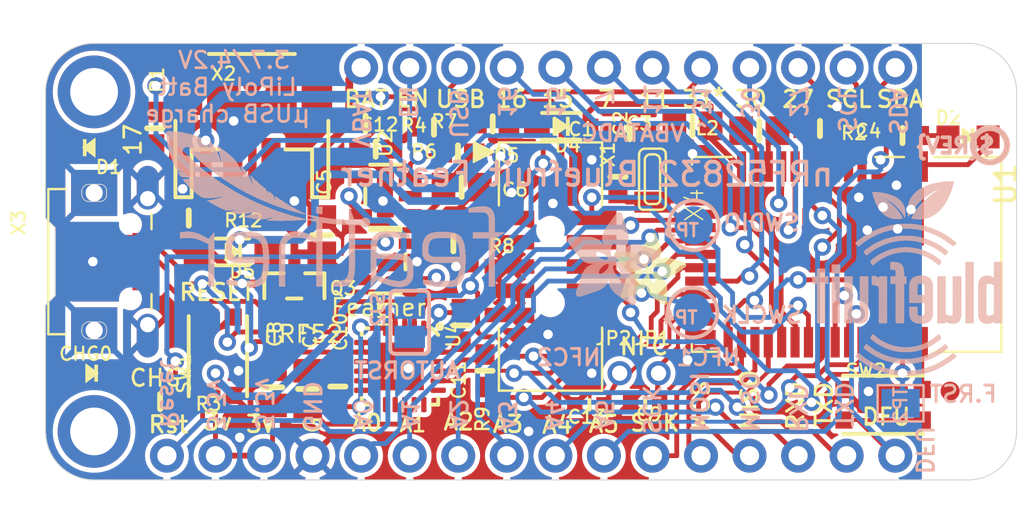
<source format=kicad_pcb>
(kicad_pcb (version 20221018) (generator pcbnew)
  (layers (0 "F.Cu" signal) (31 "B.Cu" signal) (34 "B.Paste" user) (35 "F.Paste" user) (36 "B.SilkS" user "B.Silkscreen") (37 "F.SilkS" user "F.Silkscreen") (38 "B.Mask" user) (39 "F.Mask" user) (44 "Edge.Cuts" user))
  (net 0 "")
  (net 1 "GND")
  (net 2 "N$1")
  (net 3 "N$2")
  (net 4 "SWDIO")
  (net 5 "SWCLK")
  (net 6 "N$5")
  (net 7 "N$7")
  (net 8 "RESET")
  (net 9 "LED1")
  (net 10 "LED2")
  (net 11 "SWO")
  (net 12 "N$3")
  (net 13 "N$8")
  (net 14 "3.3V")
  (net 15 "SDA")
  (net 16 "SCL")
  (net 17 "A2/0.04")
  (net 18 "A3/0.05")
  (net 19 "P0.07")
  (net 20 "P0.09/NFC1")
  (net 21 "SCK")
  (net 22 "MOSI")
  (net 23 "MISO")
  (net 24 "RXD")
  (net 25 "TXD")
  (net 26 "A0/0.02")
  (net 27 "A1/0.03")
  (net 28 "A4/0.28")
  (net 29 "A5/0.29")
  (net 30 "P0.27")
  (net 31 "A6/P0.30")
  (net 32 "A7/P0.31")
  (net 33 "VBAT")
  (net 34 "VBUS")
  (net 35 "N$4")
  (net 36 "N$9")
  (net 37 "N$10")
  (net 38 "EN")
  (net 39 "USBD+")
  (net 40 "USBD-")
  (net 41 "DTR")
  (net 42 "N$11")
  (net 43 "P0.10/NFC2")
  (net 44 "P0.11")
  (net 45 "DFU")
  (net 46 "FRST")
  (net 47 "VIN")
  (net 48 "P0.15")
  (net 49 "P0.16")
  (net 50 "N$13")
  (net 51 "N$14")
  (net 52 "VCCIO")
  (footprint "working:BLE_MODULE_RAYTAC_MDBT42" (layer "F.Cu") (at 165.011099 104.6226 -90)
    (fp_text reference "U1")
    (fp_text value "MDBT42")
  )
  (footprint "working:SOD-123" (layer "F.Cu") (at 132.880099 104.4956 180)
    (fp_text reference "D5")
    (fp_text value "MBR120")
  )
  (footprint "working:_0603MP" (layer "F.Cu") (at 151.549099 112.4966 180)
    (fp_text reference "C13")
    (fp_text value "300pF")
  )
  (footprint "working:1X01_2MM" (layer "F.Cu") (at 155.168599 110.8456)
    (fp_text reference "JP1")
    (fp_text value "")
  )
  (footprint "working:0603-NO" (layer "F.Cu") (at 146.088099 110.7186 -90)
    (fp_text reference "R9")
    (fp_text value "1K")
  )
  (footprint "working:0603-NO" (layer "F.Cu") (at 129.095499 112.3315)
    (fp_text reference "R3")
    (fp_text value "1K")
  )
  (footprint "working:0603-NO" (layer "F.Cu") (at 143.421099 97.9551 180)
    (fp_text reference "C12")
    (fp_text value "1nF")
  )
  (footprint "working:SOT23-5" (layer "F.Cu") (at 140.881099 105.0163 -90)
    (fp_text reference "U3")
    (fp_text value "MCP73831T-2ACI/OT")
  )
  (footprint "working:0603-NO" (layer "F.Cu") (at 167.932099 98.3996 180)
    (fp_text reference "R2")
    (fp_text value "1K")
  )
  (footprint "working:1X01_2MM" (layer "F.Cu") (at 153.136599 110.8456)
    (fp_text reference "JP2")
    (fp_text value "")
  )
  (footprint "working:0603-NO" (layer "F.Cu") (at 153.047699 100.5586 90)
    (fp_text reference "C2")
    (fp_text value "22pF")
  )
  (footprint "working:CHIPLED_0805_NOOUTLINE" (layer "F.Cu") (at 171.361099 98.4758 -90)
    (fp_text reference "D2")
    (fp_text value "BLUE")
  )
  (footprint "working:4UCONN_20329_V2" (layer "F.Cu") (at 127.546099 105.0036 -90)
    (fp_text reference "X3")
    (fp_text value "4u20329")
    (fp_line (start -4.05 2.15) (end -4.05 1.6) (stroke (width 0.05)) (layer "Edge.Cuts"))
    (fp_line (start -3.7 1.25) (end -3.5 1.25) (stroke (width 0.05)) (layer "Edge.Cuts"))
    (fp_line (start -3.5 2.55) (end -3.7 2.55) (stroke (width 0.05)) (layer "Edge.Cuts"))
    (fp_line (start -3.15 1.6) (end -3.15 2.15) (stroke (width 0.05)) (layer "Edge.Cuts"))
    (fp_line (start 3.15 2.2) (end 3.15 1.6) (stroke (width 0.05)) (layer "Edge.Cuts"))
    (fp_line (start 4.05 1.6) (end 4.05 2.2) (stroke (width 0.05)) (layer "Edge.Cuts"))
    (fp_arc (start -4.05 1.6) (mid -3.947487 1.352513) (end -3.7 1.25) (stroke (width 0.05)) (layer "Edge.Cuts"))
    (fp_arc (start -3.7 2.55) (mid -3.957843 2.422487) (end -4.05 2.15) (stroke (width 0.05)) (layer "Edge.Cuts"))
    (fp_arc (start -3.5 1.25) (mid -3.252513 1.352513) (end -3.15 1.6) (stroke (width 0.05)) (layer "Edge.Cuts"))
    (fp_arc (start -3.15 2.15) (mid -3.242157 2.422487) (end -3.5 2.55) (stroke (width 0.05)) (layer "Edge.Cuts"))
    (fp_arc (start 3.15 1.6) (mid 3.302513 1.331802) (end 3.6 1.25) (stroke (width 0.05)) (layer "Edge.Cuts"))
    (fp_arc (start 3.6 1.25) (mid 3.897487 1.331802) (end 4.05 1.6) (stroke (width 0.05)) (layer "Edge.Cuts"))
    (fp_arc (start 3.6 2.55) (mid 3.302513 2.468198) (end 3.15 2.2) (stroke (width 0.05)) (layer "Edge.Cuts"))
    (fp_arc (start 4.05 2.2) (mid 3.897487 2.468198) (end 3.6 2.55) (stroke (width 0.05)) (layer "Edge.Cuts"))
  )
  (footprint "working:BTN_KMR2_4.6X2.8" (layer "F.Cu") (at 166.916099 112.4966)
    (fp_text reference "SW2")
    (fp_text value "KMR2")
  )
  (footprint "working:0805-NO" (layer "F.Cu") (at 160.439099 98.1456 180)
    (fp_text reference "L2")
    (fp_text value "10uH")
  )
  (footprint "working:0805-NO" (layer "F.Cu") (at 134.975599 111.5822 90)
    (fp_text reference "C8")
    (fp_text value "10µF")
  )
  (footprint "working:0603-NO" (layer "F.Cu") (at 128.816099 98.0186 90)
    (fp_text reference "R1")
    (fp_text value "1K")
  )
  (footprint "working:ADAFRUIT_3.5MM" (layer "F.Cu") (at 152.819099 107.2896)
    (fp_text reference "U$49" hide)
    (fp_text value "" hide)
  )
  (footprint "working:0805-NO" (layer "F.Cu") (at 144.868899 101.1047)
    (fp_text reference "C6")
    (fp_text value "10µF")
  )
  (footprint "working:0603-NO" (layer "F.Cu") (at 139.839699 97.7519)
    (fp_text reference "R4")
    (fp_text value "806K")
  )
  (footprint "working:SOT23-R" (layer "F.Cu") (at 136.118599 106.2736)
    (fp_text reference "Q3")
    (fp_text value "DMG3415U-7")
  )
  (footprint "working:0603-NO" (layer "F.Cu") (at 144.437099 104.0638)
    (fp_text reference "R8")
    (fp_text value "10K")
  )
  (footprint "working:0805-NO" (layer "F.Cu") (at 136.817099 111.6711 90)
    (fp_text reference "C7")
    (fp_text value "10uf")
  )
  (footprint "working:CHIPLED_0805_NOOUTLINE" (layer "F.Cu") (at 125.514099 110.8456 -90)
    (fp_text reference "CHG0")
    (fp_text value "ORANGE")
  )
  (footprint "working:FEATHERWING_NODIM" (layer "F.Cu") (at 123.101099 116.4336)
    (fp_text reference "MS1" hide)
    (fp_text value "FEATHERWING_NODIM" hide)
  )
  (footprint "working:JSTPH2" (layer "F.Cu") (at 133.896099 97.1296)
    (fp_text reference "X2")
    (fp_text value "JSTPH")
  )
  (footprint "working:XTAL3215" (layer "F.Cu") (at 154.851099 100.6856 90)
    (fp_text reference "X4")
    (fp_text value "32.768")
  )
  (footprint "working:0603-NO" (layer "F.Cu") (at 153.657299 98.1964 180)
    (fp_text reference "C1")
    (fp_text value "22pF")
  )
  (footprint "working:0805-NO" (layer "F.Cu") (at 137.553699 103.6193 90)
    (fp_text reference "C5")
    (fp_text value "10µF")
  )
  (footprint "working:0603-NO" (layer "F.Cu") (at 130.594099 102.7176)
    (fp_text reference "R12")
    (fp_text value "100k")
  )
  (footprint "working:BTN_KMR2_4.6X2.8" (layer "F.Cu") (at 132.118099 109.9566 90)
    (fp_text reference "SW1")
    (fp_text value "KMR2")
  )
  (footprint "working:CHIPLED_0805_NOOUTLINE" (layer "F.Cu") (at 125.387099 99.0346 90)
    (fp_text reference "D1")
    (fp_text value "RED")
  )
  (footprint "working:0603-NO" (layer "F.Cu") (at 163.614099 98.0313)
    (fp_text reference "C4")
    (fp_text value "1uF")
  )
  (footprint "working:0603-NO" (layer "F.Cu") (at 144.843499 108.3437 -90)
    (fp_text reference "C11")
    (fp_text value "0.1uF")
  )
  (footprint "working:FIDUCIAL_1MM" (layer "F.Cu") (at 133.921499 95.6818)
    (fp_text reference "FID1" hide)
    (fp_text value "FIDUCIAL_1MM" hide)
  )
  (footprint "working:QFN24_4MM_SMSC" (layer "F.Cu") (at 141.643099 110.49 -90)
    (fp_text reference "U4")
    (fp_text value "CP2104")
  )
  (footprint "working:0603-NO" (layer "F.Cu") (at 144.678399 99.314)
    (fp_text reference "R5")
    (fp_text value "100K")
  )
  (footprint "working:0603-NO" (layer "F.Cu") (at 146.494499 97.79 180)
    (fp_text reference "R7")
    (fp_text value "10K")
  )
  (footprint "working:FIDUCIAL_1MM" (layer "F.Cu") (at 170.421299 111.7854)
    (fp_text reference "FID3" hide)
    (fp_text value "FIDUCIAL_1MM" hide)
  )
  (footprint "working:0603-NO" (layer "F.Cu") (at 138.391899 111.5441 90)
    (fp_text reference "C10")
    (fp_text value "0.1uF")
  )
  (footprint "working:_0603MP" (layer "F.Cu") (at 154.470099 112.3696 180)
    (fp_text reference "C9")
    (fp_text value "300pF")
  )
  (footprint "working:SOD-323" (layer "F.Cu") (at 150.075899 97.917 180)
    (fp_text reference "D4")
    (fp_text value "1N4148")
  )
  (footprint "working:0603-NO" (layer "F.Cu") (at 140.373099 99.1108)
    (fp_text reference "R6")
    (fp_text value "2M")
  )
  (footprint "working:SOT23-5" (layer "F.Cu") (at 140.881099 101.5746 90)
    (fp_text reference "U2")
    (fp_text value "AP2112(3.3V)")
  )
  (footprint "working:2X05_1.27MM_BOX_POSTS" (layer "F.Cu") (at 149.517099 105.2576 -90)
    (fp_text reference "X1")
    (fp_text value "4u20317")
  )
  (footprint "working:0805-NO" (layer "F.Cu") (at 156.946599 97.8916 180)
    (fp_text reference "C3")
    (fp_text value "10uF")
  )
  (footprint "working:FEATHERLOGO_MED" (layer "B.Cu") (at 147.231099 106.4006 180)
    (fp_text reference "U$46" hide)
    (fp_text value "" hide)
  )
  (footprint "working:PCBFEAT-REV-040" (layer "B.Cu") (at 172.504099 98.9076 180)
    (fp_text reference "U$17" hide)
    (fp_text value "" hide)
  )
  (footprint "working:BLUEFRUITLOGO_100MM" (layer "B.Cu") (at 173.139099 110.9726 180)
    (fp_text reference "U$45" hide)
    (fp_text value "" hide)
  )
  (footprint "working:PAD-1.5X2.0" (layer "B.Cu") (at 167.830499 112.4204 -90)
    (fp_text reference "TP2")
    (fp_text value "FRST")
  )
  (footprint "working:TESTPOINT_ROUND_2MM" (layer "B.Cu") (at 157.010099 103.0986 180)
    (fp_text reference "TP3")
    (fp_text value "")
  )
  (footprint "working:ADAFRUIT_5MM" (layer "B.Cu") (at 150.406099 107.2896 90)
    (fp_text reference "U$47" hide)
    (fp_text value "" hide)
  )
  (footprint "working:TESTPOINT_ROUND_2MM" (layer "B.Cu") (at 156.946599 107.6706 180)
    (fp_text reference "TP4")
    (fp_text value "")
  )
  (footprint "working:SOLDERJUMPER_CLOSEDWIRE" (layer "B.Cu") (at 142.151099 108.1786 -90)
    (fp_text reference "SJ2")
    (fp_text value "BAT")
  )
  (gr_line (start 123.101099 102.7176) (end 123.101099 96.1136) (stroke (width 0.05)) (layer "Edge.Cuts"))
  (gr_arc (start 173.901099 113.8936) (mid 173.15715 115.689651) (end 171.361099 116.4336) (stroke (width 0.05)) (layer "Edge.Cuts"))
  (gr_arc (start 123.101099 96.1136) (mid 123.845048 94.317549) (end 125.6411 93.573601) (stroke (width 0.05)) (layer "Edge.Cuts"))
  (gr_line (start 123.101099 113.8936) (end 123.101099 107.2896) (stroke (width 0.05)) (layer "Edge.Cuts"))
  (gr_line (start 123.609099 106.7816) (end 123.609099 103.2256) (stroke (width 0.05)) (layer "Edge.Cuts"))
  (gr_arc (start 171.361099 93.5736) (mid 173.157151 94.317549) (end 173.9011 96.113601) (stroke (width 0.05)) (layer "Edge.Cuts"))
  (gr_line (start 123.101099 107.2896) (end 123.609099 106.7816) (stroke (width 0.05)) (layer "Edge.Cuts"))
  (gr_arc (start 125.641099 116.4336) (mid 123.845048 115.689651) (end 123.101099 113.8936) (stroke (width 0.05)) (layer "Edge.Cuts"))
  (gr_line (start 171.361099 116.4336) (end 125.641099 116.4336) (stroke (width 0.05)) (layer "Edge.Cuts"))
  (gr_line (start 173.901099 96.1136) (end 173.901099 113.8936) (stroke (width 0.05)) (layer "Edge.Cuts"))
  (gr_line (start 123.609099 103.2256) (end 123.101099 102.7176) (stroke (width 0.05)) (layer "Edge.Cuts"))
  (gr_line (start 125.641099 93.5736) (end 171.361099 93.5736) (stroke (width 0.05)) (layer "Edge.Cuts"))
  (gr_text "SCK" (at 154.787599 112.7506 -90) (layer "B.SilkS") (effects (font (size 0.8636 0.8636) (thickness 0.1524)) (justify mirror)))
  (gr_text "7" (at 152.311099 96.3676 -90) (layer "B.SilkS") (effects (font (size 0.8636 0.8636) (thickness 0.1524)) (justify mirror)))
  (gr_text "GND" (at 137.045699 112.5855 -90) (layer "B.SilkS") (effects (font (size 0.8636 0.8636) (thickness 0.1524)) (justify mirror)))
  (gr_text "DFU" (at 169.075099 114.8715 -90) (layer "B.SilkS") (effects (font (size 0.8636 0.8636) (thickness 0.1524)) (justify mirror)))
  (gr_text "A5" (at 152.311099 113.0046 -90) (layer "B.SilkS") (effects (font (size 0.8636 0.8636) (thickness 0.1524)) (justify mirror)))
  (gr_text "27" (at 162.471099 96.6216 -90) (layer "B.SilkS") (effects (font (size 0.8636 0.8636) (thickness 0.1524)) (justify mirror)))
  (gr_text "SWDIO" (at 160.566099 102.9716) (layer "B.SilkS") (effects (font (size 0.85344 0.85344) (thickness 0.16256)) (justify mirror)))
  (gr_text "11" (at 154.851099 96.4946 -90) (layer "B.SilkS") (effects (font (size 0.8636 0.8636) (thickness 0.1524)) (justify mirror)))
  (gr_text "F.RST" (at 171.107099 111.9378) (layer "B.SilkS") (effects (font (size 0.8636 0.8636) (thickness 0.1524)) (justify mirror)))
  (gr_text "3.3v" (at 134.531099 112.4331 -90) (layer "B.SilkS") (effects (font (size 0.8636 0.8636) (thickness 0.1524)) (justify mirror)))
  (gr_text "nRF52832 Bluefruit Feather" (at 151.422099 100.4316) (layer "B.SilkS") (effects (font (size 1.223264 1.223264) (thickness 0.199136)) (justify mirror)))
  (gr_text "A4" (at 149.694899 113.03 -90) (layer "B.SilkS") (effects (font (size 0.8636 0.8636) (thickness 0.1524)) (justify mirror)))
  (gr_text "MISO" (at 159.931099 112.3696 -90) (layer "B.SilkS") (effects (font (size 0.8636 0.8636) (thickness 0.1524)) (justify mirror)))
  (gr_text "16" (at 147.231099 96.6216 -90) (layer "B.SilkS") (effects (font (size 0.8636 0.8636) (thickness 0.1524)) (justify mirror)))
  (gr_text "3.7/4.2V \nLiPoly Batt\nµUSB charge" (at 132.626099 95.8596) (layer "B.SilkS") (effects (font (size 0.87376 0.87376) (thickness 0.14224)) (justify mirror)))
  (gr_text "15" (at 149.771099 96.6216 -90) (layer "B.SilkS") (effects (font (size 0.8636 0.8636) (thickness 0.1524)) (justify mirror)))
  (gr_text "3.3v" (at 131.991099 112.4966 -90) (layer "B.SilkS") (effects (font (size 0.8636 0.8636) (thickness 0.1524)) (justify mirror)))
  (gr_text "A3" (at 147.231099 113.0681 -90) (layer "B.SilkS") (effects (font (size 0.8636 0.8636) (thickness 0.1524)) (justify mirror)))
  (gr_text "Reset" (at 129.552699 111.9378 -90) (layer "B.SilkS") (effects (font (size 0.8636 0.8636) (thickness 0.1524)) (justify mirror)))
  (gr_text "SDA" (at 167.678099 97.1296 -90) (layer "B.SilkS") (effects (font (size 0.8636 0.8636) (thickness 0.1524)) (justify mirror)))
  (gr_text "RXD" (at 162.458399 112.6744 -90) (layer "B.SilkS") (effects (font (size 0.8636 0.8636) (thickness 0.1524)) (justify mirror)))
  (gr_text "^ VBATADC" (at 157.772099 98.7806) (layer "B.SilkS") (effects (font (size 0.85344 0.85344) (thickness 0.16256)) (justify left bottom mirror)))
  (gr_text "VBAT" (at 139.611099 97.5106 -90) (layer "B.SilkS") (effects (font (size 0.8636 0.8636) (thickness 0.1524)) (justify mirror)))
  (gr_text "USB" (at 144.691099 97.2566 -90) (layer "B.SilkS") (effects (font (size 0.8636 0.8636) (thickness 0.1524)) (justify mirror)))
  (gr_text "SWCLK" (at 160.566099 107.7976) (layer "B.SilkS") (effects (font (size 0.85344 0.85344) (thickness 0.16256)) (justify mirror)))
  (gr_text "EN" (at 142.049499 96.6597 -90) (layer "B.SilkS") (effects (font (size 0.8636 0.8636) (thickness 0.1524)) (justify mirror)))
  (gr_text "NFC1" (at 157.772099 110.0201) (layer "B.SilkS") (effects (font (size 0.8636 0.8636) (thickness 0.1524)) (justify mirror)))
  (gr_text "A1" (at 142.176499 112.9665 -90) (layer "B.SilkS") (effects (font (size 0.8636 0.8636) (thickness 0.1524)) (justify mirror)))
  (gr_text "SCL" (at 165.011099 97.028 -90) (layer "B.SilkS") (effects (font (size 0.8636 0.8636) (thickness 0.1524)) (justify mirror)))
  (gr_text "TXD" (at 164.845999 112.4839 -90) (layer "B.SilkS") (effects (font (size 0.8636 0.8636) (thickness 0.1524)) (justify mirror)))
  (gr_text "AUTORST" (at 142.024099 110.7186) (layer "B.SilkS") (effects (font (size 0.85344 0.85344) (thickness 0.16256)) (justify mirror)))
  (gr_text "A2" (at 144.691099 112.9792 -90) (layer "B.SilkS") (effects (font (size 0.8636 0.8636) (thickness 0.1524)) (justify mirror)))
  (gr_text "MOSI" (at 157.264099 112.3696 -90) (layer "B.SilkS") (effects (font (size 0.8636 0.8636) (thickness 0.1524)) (justify mirror)))
  (gr_text "30" (at 159.931099 96.6724 -90) (layer "B.SilkS") (effects (font (size 0.8636 0.8636) (thickness 0.1524)) (justify mirror)))
  (gr_text "NFC2" (at 150.469599 110.0201) (layer "B.SilkS") (effects (font (size 0.8636 0.8636) (thickness 0.1524)) (justify mirror)))
  (gr_text "31" (at 157.391099 96.4946 -90) (layer "B.SilkS") (effects (font (size 0.8636 0.8636) (thickness 0.1524)) (justify mirror)))
  (gr_text "A0" (at 139.674599 112.9665 -90) (layer "B.SilkS") (effects (font (size 0.8636 0.8636) (thickness 0.1524)) (justify mirror)))
  (gr_text "MOSI" (at 157.391099 112.3696 90) (layer "F.SilkS") (effects (font (size 0.8636 0.8636) (thickness 0.1524))))
  (gr_text "A2" (at 144.716499 113.3856) (layer "F.SilkS") (effects (font (size 0.8636 0.8636) (thickness 0.1524))))
  (gr_text "A0" (at 139.903199 113.4491) (layer "F.SilkS") (effects (font (size 0.8636 0.8636) (thickness 0.1524))))
  (gr_text "A1" (at 142.316199 113.538) (layer "F.SilkS") (effects (font (size 0.75565 0.75565) (thickness 0.13335))))
  (gr_text "USB" (at 144.818099 96.4946) (layer "F.SilkS") (effects (font (size 0.8636 0.8636) (thickness 0.1524))))
  (gr_text "nRF52" (at 134.404099 109.3216) (layer "F.SilkS") (effects (font (size 0.89408 0.89408) (thickness 0.12192)) (justify left bottom)))
  (gr_text "3v" (at 132.118099 113.3856) (layer "F.SilkS") (effects (font (size 0.8636 0.8636) (thickness 0.1524))))
  (gr_text "A3" (at 147.294599 113.5126) (layer "F.SilkS") (effects (font (size 0.8636 0.8636) (thickness 0.1524))))
  (gr_text "TXD" (at 163.829999 112.4839 90) (layer "F.SilkS") (effects (font (size 0.8636 0.8636) (thickness 0.1524))))
  (gr_text "SCL" (at 165.112699 96.4946) (layer "F.SilkS") (effects (font (size 0.8636 0.8636) (thickness 0.1524))))
  (gr_text "3v" (at 134.340599 113.5126) (layer "F.SilkS") (effects (font (size 0.8636 0.8636) (thickness 0.1524))))
  (gr_text "Rst" (at 129.527299 113.538) (layer "F.SilkS") (effects (font (size 0.8636 0.8636) (thickness 0.1524))))
  (gr_text "A4" (at 149.872699 113.5634) (layer "F.SilkS") (effects (font (size 0.8636 0.8636) (thickness 0.1524))))
  (gr_text "Feather" (at 137.960099 107.9246) (layer "F.SilkS") (effects (font (size 0.89408 0.89408) (thickness 0.12192)) (justify left bottom)))
  (gr_text "MISO" (at 159.931099 112.2426 90) (layer "F.SilkS") (effects (font (size 0.8636 0.8636) (thickness 0.1524))))
  (gr_text "7" (at 152.438099 96.4946) (layer "F.SilkS") (effects (font (size 0.8636 0.8636) (thickness 0.1524))))
  (gr_text "DFU" (at 167.081199 113.1316) (layer "F.SilkS") (effects (font (size 0.8636 0.8636) (thickness 0.1524))))
  (gr_text "CHG" (at 127.419099 111.6076) (layer "F.SilkS") (effects (font (size 0.87376 0.87376) (thickness 0.14224)) (justify left bottom)))
  (gr_text "11" (at 154.978099 96.4946) (layer "F.SilkS") (effects (font (size 0.8636 0.8636) (thickness 0.1524))))
  (gr_text "16" (at 147.485099 96.4946) (layer "F.SilkS") (effects (font (size 0.8636 0.8636) (thickness 0.1524))))
  (gr_text "EN" (at 142.316199 96.4692) (layer "F.SilkS") (effects (font (size 0.8636 0.8636) (thickness 0.1524))))
  (gr_text "31" (at 157.264099 96.4946) (layer "F.SilkS") (effects (font (size 0.8636 0.8636) (thickness 0.1524))))
  (gr_text "SDA" (at 167.805099 96.4946) (layer "F.SilkS") (effects (font (size 0.8636 0.8636) (thickness 0.1524))))
  (gr_text "SCK" (at 154.978099 113.4491) (layer "F.SilkS") (effects (font (size 0.8636 0.8636) (thickness 0.1524))))
  (gr_text "A5" (at 152.311099 113.5126) (layer "F.SilkS") (effects (font (size 0.8636 0.8636) (thickness 0.1524))))
  (gr_text "RESET" (at 132.067299 106.6038) (layer "F.SilkS") (effects (font (size 0.8636 0.8636) (thickness 0.1524))))
  (gr_text "27" (at 162.471099 96.4946) (layer "F.SilkS") (effects (font (size 0.8636 0.8636) (thickness 0.1524))))
  (gr_text "RXD" (at 162.331399 112.5474 90) (layer "F.SilkS") (effects (font (size 0.8636 0.8636) (thickness 0.1524))))
  (gr_text "G" (at 137.096499 113.5507 90) (layer "F.SilkS") (effects (font (size 0.8636 0.8636) (thickness 0.1524))))
  (gr_text "NFC" (at 154.406599 109.4486) (layer "F.SilkS") (effects (font (size 0.8636 0.8636) (thickness 0.1524))))
  (gr_text "30" (at 160.007299 96.4946) (layer "F.SilkS") (effects (font (size 0.8636 0.8636) (thickness 0.1524))))
  (gr_text "17" (at 128.181099 99.5426 90) (layer "F.SilkS") (effects (font (size 0.87376 0.87376) (thickness 0.14224)) (justify left bottom)))
  (gr_text "15" (at 149.898099 96.4946) (layer "F.SilkS") (effects (font (size 0.8636 0.8636) (thickness 0.1524))))
  (gr_text "BAT" (at 139.865099 96.4946) (layer "F.SilkS") (effects (font (size 0.8636 0.8636) (thickness 0.1524))))
  (gr_text "*" (at 157.899099 96.8756) (layer "F.SilkS") (effects (font (size 0.85344 0.85344) (thickness 0.16256)) (justify left bottom)))
  (segment (start 171.361099 99.9236) (end 172.411099 98.8736) (width 0.254) (layer "F.Cu") (net 1))
  (segment (start 155.996599 98.4021) (end 156.946599 99.3521) (width 0.3048) (layer "F.Cu") (net 1))
  (segment (start 147.367099 103.9876) (end 145.287099 104.3686) (width 0.254) (layer "F.Cu") (net 1))
  (segment (start 168.811099 109.2226) (end 168.966099 109.3776) (width 0.2032) (layer "F.Cu") (net 1))
  (segment (start 142.393099 107.7461) (end 142.532099 107.6071) (width 0.254) (layer "F.Cu") (net 1))
  (segment (start 168.811099 99.9236) (end 171.361099 99.9236) (width 0.254) (layer "F.Cu") (net 1))
  (segment (start 168.811099 99.9236) (end 168.811099 100.0226) (width 0.254) (layer "F.Cu") (net 1))
  (segment (start 172.411099 98.8736) (end 172.411099 98.4758) (width 0.254) (layer "F.Cu") (net 1))
  (segment (start 132.918099 107.9066) (end 132.771099 107.9066) (width 0.254) (layer "F.Cu") (net 1))
  (segment (start 155.996599 97.8916) (end 155.996599 98.4021) (width 0.3048) (layer "F.Cu") (net 1))
  (segment (start 132.245099 108.4326) (end 132.181599 108.4326) (width 0.254) (layer "F.Cu") (net 1))
  (segment (start 142.393099 110.2861) (end 142.087599 110.5916) (width 0.254) (layer "F.Cu") (net 1))
  (segment (start 123.736099 99.6356) (end 123.736099 100.4316) (width 0.254) (layer "F.Cu") (net 1))
  (segment (start 142.124799 98.2091) (end 142.571099 97.9551) (width 0.254) (layer "F.Cu") (net 1))
  (segment (start 124.337099 99.0346) (end 123.736099 99.6356) (width 0.254) (layer "F.Cu") (net 1))
  (segment (start 142.393099 108.49) (end 142.393099 107.7461) (width 0.254) (layer "F.Cu") (net 1))
  (segment (start 132.181599 108.4326) (end 131.800599 108.8136) (width 0.254) (layer "F.Cu") (net 1))
  (segment (start 142.393099 108.49) (end 142.393099 110.2861) (width 0.254) (layer "F.Cu") (net 1))
  (segment (start 141.223099 99.1108) (end 142.124799 98.2091) (width 0.254) (layer "F.Cu") (net 1))
  (segment (start 168.966099 109.3776) (end 168.966099 111.6966) (width 0.2032) (layer "F.Cu") (net 1))
  (segment (start 145.287099 104.3686) (end 145.287099 104.0638) (width 0.254) (layer "F.Cu") (net 1))
  (segment (start 147.367099 107.7976) (end 148.755099 108.1786) (width 0.254) (layer "F.Cu") (net 1))
  (segment (start 132.771099 107.9066) (end 132.245099 108.4326) (width 0.254) (layer "F.Cu") (net 1))
  (segment (start 148.755099 108.1786) (end 149.390099 108.8136) (width 0.254) (layer "F.Cu") (net 1))
  (segment (start 134.975599 110.6322) (end 134.635199 110.9726) (width 0.254) (layer "F.Cu") (net 1))
  (via (at 151.676099 110.8456) (size 0.9064) (drill 0.5) (layers "F.Cu" "B.Cu") (net 1))
  (via (at 166.916099 102.1461) (size 0.9064) (drill 0.5) (layers "F.Cu" "B.Cu") (net 1))
  (via (at 133.261099 114.2111) (size 0.9064) (drill 0.5) (layers "F.Cu" "B.Cu") (net 1))
  (via (at 149.390099 108.8136) (size 0.9064) (drill 0.5) (layers "F.Cu" "B.Cu") (net 1))
  (via (at 125.577599 105.0036) (size 0.9064) (drill 0.5) (layers "F.Cu" "B.Cu") (net 1))
  (via (at 168.376599 102.2731) (size 0.9064) (drill 0.5) (layers "F.Cu" "B.Cu") (net 1))
  (via (at 144.564099 105.2576) (size 0.9064) (drill 0.5) (layers "F.Cu" "B.Cu") (net 1))
  (via (at 166.090599 103.3526) (size 0.9064) (drill 0.5) (layers "F.Cu" "B.Cu") (net 1))
  (via (at 165.646099 101.6381) (size 0.9064) (drill 0.5) (layers "F.Cu" "B.Cu") (net 1))
  (via (at 164.503099 96.8756) (size 0.9064) (drill 0.5) (layers "F.Cu" "B.Cu") (net 1))
  (via (at 156.946599 99.3521) (size 0.9064) (drill 0.5) (layers "F.Cu" "B.Cu") (net 1))
  (via (at 130.276599 101.1936) (size 0.9064) (drill 0.5) (layers "F.Cu" "B.Cu") (net 1))
  (via (at 147.485099 101.3841) (size 0.9064) (drill 0.5) (layers "F.Cu" "B.Cu") (net 1))
  (via (at 140.754099 101.8286) (size 0.9064) (drill 0.5) (layers "F.Cu" "B.Cu") (net 1))
  (via (at 136.118599 101.8286) (size 0.9064) (drill 0.5) (layers "F.Cu" "B.Cu") (net 1))
  (via (at 151.676099 99.6696) (size 0.9064) (drill 0.5) (layers "F.Cu" "B.Cu") (net 1))
  (via (at 142.532099 105.0036) (size 0.9064) (drill 0.5) (layers "F.Cu" "B.Cu") (net 1))
  (via (at 149.644099 101.9556) (size 0.9064) (drill 0.5) (layers "F.Cu" "B.Cu") (net 1))
  (via (at 133.197599 110.7186) (size 0.9064) (drill 0.5) (layers "F.Cu" "B.Cu") (net 1))
  (via (at 166.154099 111.7981) (size 0.9064) (drill 0.5) (layers "F.Cu" "B.Cu") (net 1))
  (via (at 156.692599 110.1471) (size 0.9064) (drill 0.5) (layers "F.Cu" "B.Cu") (net 1))
  (via (at 167.614599 101.0031) (size 0.9064) (drill 0.5) (layers "F.Cu" "B.Cu") (net 1))
  (via (at 132.943599 97.6376) (size 0.9064) (drill 0.5) (layers "F.Cu" "B.Cu") (net 1))
  (via (at 142.087599 110.5916) (size 0.9064) (drill 0.5) (layers "F.Cu" "B.Cu") (net 1))
  (via (at 167.678099 103.2891) (size 0.9064) (drill 0.5) (layers "F.Cu" "B.Cu") (net 1))
  (via (at 148.374099 113.8936) (size 0.9064) (drill 0.5) (layers "F.Cu" "B.Cu") (net 1))
  (segment (start 139.230099 113.3856) (end 140.246099 113.3856) (width 0.254) (layer "B.Cu") (net 1))
  (segment (start 154.851099 98.5402) (end 154.851099 99.4856) (width 0.254) (layer "F.Cu") (net 2))
  (segment (start 156.304099 101.1226) (end 154.851099 99.6696) (width 0.254) (layer "F.Cu") (net 2))
  (segment (start 154.851099 99.6696) (end 154.851099 99.4856) (width 0.254) (layer "F.Cu") (net 2))
  (segment (start 154.507299 98.1964) (end 154.851099 98.5402) (width 0.254) (layer "F.Cu") (net 2))
  (segment (start 157.361099 101.1226) (end 156.304099 101.1226) (width 0.254) (layer "F.Cu") (net 2))
  (segment (start 153.047699 101.4086) (end 153.524699 101.8856) (width 0.254) (layer "F.Cu") (net 3))
  (segment (start 154.914099 101.8226) (end 154.851099 101.8856) (width 0.254) (layer "F.Cu") (net 3))
  (segment (start 153.524699 101.8856) (end 154.851099 101.8856) (width 0.254) (layer "F.Cu") (net 3))
  (segment (start 157.361099 101.8226) (end 154.914099 101.8226) (width 0.254) (layer "F.Cu") (net 3))
  (segment (start 151.676099 103.0896) (end 151.676099 101.6381) (width 0.254) (layer "F.Cu") (net 4))
  (segment (start 167.487599 106.6546) (end 166.789099 105.9561) (width 0.254) (layer "F.Cu") (net 4))
  (segment (start 167.211099 108.8996) (end 167.487599 107.9246) (width 0.2032) (layer "F.Cu") (net 4))
  (segment (start 167.211099 109.2226) (end 167.211099 108.8996) (width 0.254) (layer "F.Cu") (net 4))
  (segment (start 166.789099 105.9561) (end 162.471099 105.9561) (width 0.254) (layer "F.Cu") (net 4))
  (segment (start 167.487599 107.9246) (end 167.487599 106.6546) (width 0.254) (layer "F.Cu") (net 4))
  (segment (start 151.667099 102.7176) (end 151.676099 103.0896) (width 0.254) (layer "F.Cu") (net 4))
  (via (at 151.676099 101.6381) (size 0.9064) (drill 0.5) (layers "F.Cu" "B.Cu") (net 4))
  (via (at 162.471099 105.9561) (size 0.9064) (drill 0.5) (layers "F.Cu" "B.Cu") (net 4))
  (segment (start 156.883099 103.3526) (end 156.914849 103.38435) (width 0.3048) (layer "B.Cu") (net 4))
  (segment (start 160.947099 107.9246) (end 159.677099 107.9246) (width 0.254) (layer "B.Cu") (net 4))
  (segment (start 158.280099 105.8926) (end 158.280099 104.3686) (width 0.254) (layer "B.Cu") (net 4))
  (segment (start 156.883099 103.2256) (end 157.010099 103.0986) (width 0.254) (layer "B.Cu") (net 4))
  (segment (start 159.042099 107.2896) (end 159.677099 107.9246) (width 0.254) (layer "B.Cu") (net 4))
  (segment (start 161.328099 107.5436) (end 161.328099 106.5276) (width 0.254) (layer "B.Cu") (net 4))
  (segment (start 159.042099 107.2896) (end 159.042099 106.6546) (width 0.254) (layer "B.Cu") (net 4))
  (segment (start 161.899599 105.9561) (end 162.471099 105.9561) (width 0.254) (layer "B.Cu") (net 4))
  (segment (start 155.168599 101.6381) (end 156.883099 103.3526) (width 0.254) (layer "B.Cu") (net 4))
  (segment (start 159.042099 106.6546) (end 158.280099 105.8926) (width 0.254) (layer "B.Cu") (net 4))
  (segment (start 158.280099 104.3686) (end 157.010099 103.0986) (width 0.254) (layer "B.Cu") (net 4))
  (segment (start 151.676099 101.6381) (end 155.168599 101.6381) (width 0.254) (layer "B.Cu") (net 4))
  (segment (start 156.883099 103.3526) (end 156.883099 103.2256) (width 0.254) (layer "B.Cu") (net 4))
  (segment (start 160.947099 107.9246) (end 161.328099 107.5436) (width 0.254) (layer "B.Cu") (net 4))
  (segment (start 161.328099 106.5276) (end 161.899599 105.9561) (width 0.254) (layer "B.Cu") (net 4))
  (segment (start 154.279599 106.4641) (end 154.279599 106.6546) (width 0.254) (layer "F.Cu") (net 5))
  (segment (start 153.835099 105.5751) (end 153.835099 106.0196) (width 0.254) (layer "F.Cu") (net 5))
  (segment (start 164.249099 110.9091) (end 163.169599 111.9886) (width 0.254) (layer "F.Cu") (net 5))
  (segment (start 163.169599 111.9886) (end 163.169599 112.3696) (width 0.254) (layer "F.Cu") (net 5))
  (segment (start 153.517599 105.2576) (end 153.835099 105.5751) (width 0.254) (layer "F.Cu") (net 5))
  (segment (start 166.511099 110.4251) (end 166.511099 109.2226) (width 0.254) (layer "F.Cu") (net 5))
  (segment (start 166.027099 110.9091) (end 164.249099 110.9091) (width 0.254) (layer "F.Cu") (net 5))
  (segment (start 151.667099 103.9876) (end 153.581099 103.9876) (width 0.254) (layer "F.Cu") (net 5))
  (segment (start 153.581099 105.1306) (end 153.517599 105.2576) (width 0.254) (layer "F.Cu") (net 5))
  (segment (start 153.581099 103.9876) (end 153.581099 105.1306) (width 0.254) (layer "F.Cu") (net 5))
  (segment (start 153.835099 106.0196) (end 154.279599 106.4641) (width 0.254) (layer "F.Cu") (net 5))
  (segment (start 166.027099 110.9091) (end 166.511099 110.4251) (width 0.254) (layer "F.Cu") (net 5))
  (via (at 163.169599 112.3696) (size 0.9064) (drill 0.5) (layers "F.Cu" "B.Cu") (net 5))
  (via (at 154.279599 106.6546) (size 0.9064) (drill 0.5) (layers "F.Cu" "B.Cu") (net 5))
  (segment (start 156.438599 107.1626) (end 154.279599 106.6546) (width 0.254) (layer "B.Cu") (net 5))
  (segment (start 160.883599 110.7186) (end 162.344099 110.7186) (width 0.254) (layer "B.Cu") (net 5))
  (segment (start 162.344099 110.7186) (end 163.169599 111.5441) (width 0.254) (layer "B.Cu") (net 5))
  (segment (start 156.946599 107.6706) (end 156.438599 107.1626) (width 0.254) (layer "B.Cu") (net 5))
  (segment (start 163.169599 111.5441) (end 163.169599 112.3696) (width 0.254) (layer "B.Cu") (net 5))
  (segment (start 157.835599 107.6706) (end 156.946599 107.6706) (width 0.254) (layer "B.Cu") (net 5))
  (segment (start 160.883599 110.7186) (end 157.835599 107.6706) (width 0.254) (layer "B.Cu") (net 5))
  (segment (start 126.603099 98.8686) (end 128.816099 98.8686) (width 0.254) (layer "F.Cu") (net 6))
  (segment (start 126.437099 99.0346) (end 126.603099 98.8686) (width 0.254) (layer "F.Cu") (net 6))
  (segment (start 170.311099 98.3996) (end 170.311099 98.4758) (width 0.254) (layer "F.Cu") (net 7))
  (segment (start 168.782099 98.3996) (end 170.311099 98.3996) (width 0.254) (layer "F.Cu") (net 7))
  (segment (start 145.961099 108.9406) (end 146.723099 108.9406) (width 0.254) (layer "F.Cu") (net 8))
  (segment (start 131.318099 111.6966) (end 131.318099 112.0066) (width 0.254) (layer "F.Cu") (net 8))
  (segment (start 149.136099 98.5012) (end 149.136099 99.8601) (width 0.254) (layer "F.Cu") (net 8))
  (segment (start 148.628099 109.9566) (end 149.644099 109.9566) (width 0.254) (layer "F.Cu") (net 8))
  (segment (start 165.811099 110.1091) (end 165.811099 109.2226) (width 0.254) (layer "F.Cu") (net 8))
  (segment (start 145.707099 106.6546) (end 145.326099 106.2736) (width 0.254) (layer "F.Cu") (net 8))
  (segment (start 147.739099 109.9566) (end 148.628099 109.9566) (width 0.254) (layer "F.Cu") (net 8))
  (segment (start 145.707099 108.6866) (end 145.707099 106.6546) (width 0.254) (layer "F.Cu") (net 8))
  (segment (start 162.026599 111.3536) (end 162.407599 110.9726) (width 0.254) (layer "F.Cu") (net 8))
  (segment (start 131.318099 113.2966) (end 129.451099 115.1636) (width 0.254) (layer "F.Cu") (net 8))
  (segment (start 130.721099 111.0996) (end 131.318099 111.6966) (width 0.254) (layer "F.Cu") (net 8))
  (segment (start 147.344499 97.79) (end 148.805899 97.917) (width 0.254) (layer "F.Cu") (net 8))
  (segment (start 130.721099 108.5036) (end 130.721099 111.0996) (width 0.254) (layer "F.Cu") (net 8))
  (segment (start 164.058599 110.4011) (end 165.519099 110.4011) (width 0.254) (layer "F.Cu") (net 8))
  (segment (start 163.487099 110.9726) (end 164.058599 110.4011) (width 0.254) (layer "F.Cu") (net 8))
  (segment (start 148.805899 97.917) (end 149.136099 98.5012) (width 0.254) (layer "F.Cu") (net 8))
  (segment (start 162.407599 110.9726) (end 163.487099 110.9726) (width 0.254) (layer "F.Cu") (net 8))
  (segment (start 131.318099 112.0066) (end 131.318099 113.2966) (width 0.254) (layer "F.Cu") (net 8))
  (segment (start 145.961099 108.9406) (end 145.707099 108.6866) (width 0.254) (layer "F.Cu") (net 8))
  (segment (start 146.723099 108.9406) (end 147.739099 109.9566) (width 0.254) (layer "F.Cu") (net 8))
  (segment (start 150.406099 109.1946) (end 150.406099 108.1786) (width 0.254) (layer "F.Cu") (net 8))
  (segment (start 150.406099 108.1786) (end 151.667099 107.7976) (width 0.254) (layer "F.Cu") (net 8))
  (segment (start 165.519099 110.4011) (end 165.811099 110.1091) (width 0.254) (layer "F.Cu") (net 8))
  (segment (start 131.318099 107.9066) (end 130.721099 108.5036) (width 0.254) (layer "F.Cu") (net 8))
  (segment (start 149.644099 109.9566) (end 150.406099 109.1946) (width 0.254) (layer "F.Cu") (net 8))
  (segment (start 162.026599 111.3536) (end 162.026599 111.6076) (width 0.254) (layer "F.Cu") (net 8))
  (via (at 149.136099 99.8601) (size 0.9064) (drill 0.5) (layers "F.Cu" "B.Cu") (net 8))
  (via (at 148.628099 109.9566) (size 0.9064) (drill 0.5) (layers "F.Cu" "B.Cu") (net 8))
  (via (at 145.326099 106.2736) (size 0.9064) (drill 0.5) (layers "F.Cu" "B.Cu") (net 8))
  (via (at 162.026599 111.6076) (size 0.9064) (drill 0.5) (layers "F.Cu" "B.Cu") (net 8))
  (segment (start 161.772599 112.3061) (end 161.772599 111.8616) (width 0.254) (layer "B.Cu") (net 8))
  (segment (start 145.453099 105.7656) (end 145.326099 106.2736) (width 0.254) (layer "B.Cu") (net 8))
  (segment (start 137.388599 113.3221) (end 131.292599 113.3221) (width 0.254) (layer "B.Cu") (net 8))
  (segment (start 142.151099 107.2896) (end 142.151099 107.4166) (width 0.254) (layer "B.Cu") (net 8))
  (segment (start 157.391099 111.2266) (end 156.756099 111.8616) (width 0.254) (layer "B.Cu") (net 8))
  (segment (start 161.772599 111.8616) (end 162.026599 111.6076) (width 0.254) (layer "B.Cu") (net 8))
  (segment (start 131.292599 113.3221) (end 129.451099 115.1636) (width 0.254) (layer "B.Cu") (net 8))
  (segment (start 156.756099 111.8616) (end 150.215599 111.8616) (width 0.254) (layer "B.Cu") (net 8))
  (segment (start 140.627099 113.8936) (end 137.960099 113.8936) (width 0.254) (layer "B.Cu") (net 8))
  (segment (start 148.501099 102.7176) (end 148.501099 100.4951) (width 0.254) (layer "B.Cu") (net 8))
  (segment (start 142.659099 106.7816) (end 144.818099 106.7816) (width 0.254) (layer "B.Cu") (net 8))
  (segment (start 141.008099 113.5126) (end 140.627099 113.8936) (width 0.254) (layer "B.Cu") (net 8))
  (segment (start 142.659099 106.7816) (end 142.151099 107.2896) (width 0.254) (layer "B.Cu") (net 8))
  (segment (start 160.693099 112.8776) (end 161.201099 112.8776) (width 0.254) (layer "B.Cu") (net 8))
  (segment (start 141.008099 107.4166) (end 141.008099 113.5126) (width 0.254) (layer "B.Cu") (net 8))
  (segment (start 142.024099 107.2896) (end 142.151099 107.4166) (width 0.254) (layer "B.Cu") (net 8))
  (segment (start 145.453099 105.7656) (end 148.501099 102.7176) (width 0.254) (layer "B.Cu") (net 8))
  (segment (start 148.501099 100.4951) (end 149.136099 99.8601) (width 0.254) (layer "B.Cu") (net 8))
  (segment (start 161.201099 112.8776) (end 161.772599 112.3061) (width 0.254) (layer "B.Cu") (net 8))
  (segment (start 150.215599 111.8616) (end 148.628099 110.2741) (width 0.254) (layer "B.Cu") (net 8))
  (segment (start 159.042099 111.2266) (end 157.391099 111.2266) (width 0.254) (layer "B.Cu") (net 8))
  (segment (start 137.960099 113.8936) (end 137.388599 113.3221) (width 0.254) (layer "B.Cu") (net 8))
  (segment (start 160.693099 112.8776) (end 159.042099 111.2266) (width 0.254) (layer "B.Cu") (net 8))
  (segment (start 141.008099 107.4166) (end 141.135099 107.2896) (width 0.254) (layer "B.Cu") (net 8))
  (segment (start 141.135099 107.2896) (end 142.024099 107.2896) (width 0.254) (layer "B.Cu") (net 8))
  (segment (start 148.628099 110.2741) (end 148.628099 109.9566) (width 0.254) (layer "B.Cu") (net 8))
  (segment (start 144.818099 106.7816) (end 145.326099 106.2736) (width 0.254) (layer "B.Cu") (net 8))
  (segment (start 163.011099 107.8296) (end 162.471099 107.2896) (width 0.254) (layer "F.Cu") (net 9))
  (segment (start 128.816099 97.1686) (end 128.879599 97.1051) (width 0.254) (layer "F.Cu") (net 9))
  (segment (start 163.011099 109.2226) (end 163.011099 107.8296) (width 0.254) (layer "F.Cu") (net 9))
  (segment (start 128.879599 97.1051) (end 128.879599 95.7961) (width 0.254) (layer "F.Cu") (net 9))
  (via (at 162.471099 107.2896) (size 0.9064) (drill 0.5) (layers "F.Cu" "B.Cu") (net 9))
  (via (at 128.879599 95.7961) (size 0.9064) (drill 0.5) (layers "F.Cu" "B.Cu") (net 9))
  (segment (start 157.645099 106.1466) (end 157.645099 105.0036) (width 0.254) (layer "B.Cu") (net 9))
  (segment (start 157.645099 105.0036) (end 157.137099 104.4956) (width 0.254) (layer "B.Cu") (net 9))
  (segment (start 159.550099 108.6866) (end 158.407099 107.5436) (width 0.254) (layer "B.Cu") (net 9))
  (segment (start 154.724099 102.2096) (end 152.311099 102.2096) (width 0.254) (layer "B.Cu") (net 9))
  (segment (start 157.137099 104.4956) (end 156.248099 104.4956) (width 0.254) (layer "B.Cu") (net 9))
  (segment (start 142.532099 100.5586) (end 143.929099 100.5586) (width 0.254) (layer "B.Cu") (net 9))
  (segment (start 151.295099 102.4636) (end 150.787099 101.9556) (width 0.254) (layer "B.Cu") (net 9))
  (segment (start 128.879599 98.3361) (end 130.721099 100.1776) (width 0.254) (layer "B.Cu") (net 9))
  (segment (start 161.074099 108.6866) (end 159.550099 108.6866) (width 0.254) (layer "B.Cu") (net 9))
  (segment (start 158.407099 106.9086) (end 157.645099 106.1466) (width 0.254) (layer "B.Cu") (net 9))
  (segment (start 130.721099 100.1776) (end 133.515099 100.1776) (width 0.254) (layer "B.Cu") (net 9))
  (segment (start 162.471099 107.2896) (end 161.074099 108.6866) (width 0.254) (layer "B.Cu") (net 9))
  (segment (start 150.787099 101.9556) (end 150.787099 99.5426) (width 0.254) (layer "B.Cu") (net 9))
  (segment (start 156.248099 104.4956) (end 155.613099 103.8606) (width 0.254) (layer "B.Cu") (net 9))
  (segment (start 158.407099 107.5436) (end 158.407099 106.9086) (width 0.254) (layer "B.Cu") (net 9))
  (segment (start 149.644099 98.3996) (end 150.787099 99.5426) (width 0.254) (layer "B.Cu") (net 9))
  (segment (start 155.613099 103.8606) (end 155.613099 103.0986) (width 0.254) (layer "B.Cu") (net 9))
  (segment (start 146.088099 98.3996) (end 149.644099 98.3996) (width 0.254) (layer "B.Cu") (net 9))
  (segment (start 133.515099 100.1776) (end 135.039099 98.6536) (width 0.254) (layer "B.Cu") (net 9))
  (segment (start 128.879599 95.7961) (end 128.879599 98.3361) (width 0.254) (layer "B.Cu") (net 9))
  (segment (start 135.039099 98.6536) (end 140.627099 98.6536) (width 0.254) (layer "B.Cu") (net 9))
  (segment (start 152.311099 102.2096) (end 152.057099 102.4636) (width 0.254) (layer "B.Cu") (net 9))
  (segment (start 140.627099 98.6536) (end 142.532099 100.5586) (width 0.254) (layer "B.Cu") (net 9))
  (segment (start 143.929099 100.5586) (end 146.088099 98.3996) (width 0.254) (layer "B.Cu") (net 9))
  (segment (start 155.613099 103.0986) (end 154.724099 102.2096) (width 0.254) (layer "B.Cu") (net 9))
  (segment (start 152.057099 102.4636) (end 151.295099 102.4636) (width 0.254) (layer "B.Cu") (net 9))
  (segment (start 166.789099 99.6696) (end 167.082099 99.3766) (width 0.254) (layer "F.Cu") (net 10))
  (segment (start 164.411099 109.2226) (end 164.411099 107.2546) (width 0.254) (layer "F.Cu") (net 10))
  (segment (start 164.411099 107.2546) (end 164.884099 106.7816) (width 0.254) (layer "F.Cu") (net 10))
  (segment (start 167.082099 99.3766) (end 167.082099 98.3996) (width 0.254) (layer "F.Cu") (net 10))
  (via (at 164.884099 106.7816) (size 0.9064) (drill 0.5) (layers "F.Cu" "B.Cu") (net 10))
  (via (at 166.789099 99.6696) (size 0.9064) (drill 0.5) (layers "F.Cu" "B.Cu") (net 10))
  (segment (start 164.630099 102.5906) (end 165.138099 103.0986) (width 0.254) (layer "B.Cu") (net 10))
  (segment (start 165.138099 103.0986) (end 165.138099 104.7496) (width 0.254) (layer "B.Cu") (net 10))
  (segment (start 164.503099 105.3846) (end 164.503099 106.4006) (width 0.254) (layer "B.Cu") (net 10))
  (segment (start 164.503099 106.4006) (end 164.884099 106.7816) (width 0.254) (layer "B.Cu") (net 10))
  (segment (start 165.646099 100.3046) (end 164.630099 101.3206) (width 0.254) (layer "B.Cu") (net 10))
  (segment (start 164.630099 101.3206) (end 164.630099 102.5906) (width 0.254) (layer "B.Cu") (net 10))
  (segment (start 166.662099 100.3046) (end 166.789099 100.1776) (width 0.254) (layer "B.Cu") (net 10))
  (segment (start 165.138099 104.7496) (end 164.503099 105.3846) (width 0.254) (layer "B.Cu") (net 10))
  (segment (start 166.662099 100.3046) (end 165.646099 100.3046) (width 0.254) (layer "B.Cu") (net 10))
  (segment (start 166.789099 100.1776) (end 166.789099 99.6696) (width 0.254) (layer "B.Cu") (net 10))
  (segment (start 163.711099 110.0501) (end 163.296599 110.4646) (width 0.254) (layer "F.Cu") (net 11))
  (segment (start 163.711099 109.2226) (end 163.711099 110.0501) (width 0.254) (layer "F.Cu") (net 11))
  (segment (start 153.327099 106.9721) (end 153.708099 107.3531) (width 0.254) (layer "F.Cu") (net 11))
  (segment (start 161.899599 110.4646) (end 160.947099 111.4171) (width 0.254) (layer "F.Cu") (net 11))
  (segment (start 151.667099 105.2576) (end 152.755599 105.3846) (width 0.254) (layer "F.Cu") (net 11))
  (segment (start 153.327099 105.9561) (end 153.327099 106.9721) (width 0.254) (layer "F.Cu") (net 11))
  (segment (start 152.755599 105.3846) (end 153.327099 105.9561) (width 0.254) (layer "F.Cu") (net 11))
  (segment (start 163.296599 110.4646) (end 161.899599 110.4646) (width 0.254) (layer "F.Cu") (net 11))
  (segment (start 153.708099 107.3531) (end 153.708099 107.6706) (width 0.254) (layer "F.Cu") (net 11))
  (segment (start 160.947099 111.4171) (end 160.947099 111.9886) (width 0.254) (layer "F.Cu") (net 11))
  (via (at 160.947099 111.9886) (size 0.9064) (drill 0.5) (layers "F.Cu" "B.Cu") (net 11))
  (via (at 153.708099 107.6706) (size 0.9064) (drill 0.5) (layers "F.Cu" "B.Cu") (net 11))
  (segment (start 158.153099 109.1946) (end 154.724099 109.1946) (width 0.254) (layer "B.Cu") (net 11))
  (segment (start 154.724099 109.1946) (end 153.708099 107.6706) (width 0.254) (layer "B.Cu") (net 11))
  (segment (start 158.153099 109.1946) (end 160.947099 111.9886) (width 0.254) (layer "B.Cu") (net 11))
  (segment (start 160.211099 98.8676) (end 159.489099 98.1456) (width 0.254) (layer "F.Cu") (net 12))
  (segment (start 160.211099 100.0226) (end 160.211099 98.8676) (width 0.254) (layer "F.Cu") (net 12))
  (segment (start 160.911099 98.6236) (end 161.389099 98.1456) (width 0.254) (layer "F.Cu") (net 13))
  (segment (start 162.764099 98.1456) (end 162.764099 98.0313) (width 0.254) (layer "F.Cu") (net 13))
  (segment (start 160.911099 100.0226) (end 160.911099 98.6236) (width 0.254) (layer "F.Cu") (net 13))
  (segment (start 161.389099 98.1456) (end 162.764099 98.1456) (width 0.254) (layer "F.Cu") (net 13))
  (segment (start 148.501099 101.8921) (end 148.501099 103.0986) (width 0.254) (layer "F.Cu") (net 14))
  (segment (start 132.118099 110.9726) (end 132.118099 112.7506) (width 0.254) (layer "F.Cu") (net 14))
  (segment (start 151.930099 96.7486) (end 151.345899 97.3328) (width 0.3048) (layer "F.Cu") (net 14))
  (segment (start 134.531099 115.1636) (end 131.991099 115.1636) (width 0.3048) (layer "F.Cu") (net 14))
  (segment (start 157.896599 98.3971) (end 157.896599 97.8916) (width 0.3048) (layer "F.Cu") (net 14))
  (segment (start 151.345899 97.3328) (end 151.345899 97.917) (width 0.3048) (layer "F.Cu") (net 14))
  (segment (start 151.930099 96.7486) (end 157.772099 96.7486) (width 0.3048) (layer "F.Cu") (net 14))
  (segment (start 149.898099 100.4951) (end 150.088599 100.3046) (width 0.3048) (layer "F.Cu") (net 14))
  (segment (start 131.991099 112.8776) (end 131.991099 115.1636) (width 0.254) (layer "F.Cu") (net 14))
  (segment (start 134.975599 114.7191) (end 134.531099 115.1636) (width 0.254) (layer "F.Cu") (net 14))
  (segment (start 150.088599 100.3046) (end 150.088599 98.1456) (width 0.3048) (layer "F.Cu") (net 14))
  (segment (start 131.991099 110.8456) (end 132.118099 110.9726) (width 0.254) (layer "F.Cu") (net 14))
  (segment (start 139.580999 102.5246) (end 138.976099 101.9197) (width 0.254) (layer "F.Cu") (net 14))
  (segment (start 143.040099 103.0986) (end 146.278599 103.0986) (width 0.3048) (layer "F.Cu") (net 14))
  (segment (start 149.898099 100.4951) (end 148.501099 101.8921) (width 0.254) (layer "F.Cu") (net 14))
  (segment (start 151.345899 97.917) (end 151.320499 98.1456) (width 0.254) (layer "F.Cu") (net 14))
  (segment (start 146.304899 96.6216) (end 149.580599 96.6216) (width 0.3048) (layer "F.Cu") (net 14))
  (segment (start 146.304899 96.6216) (end 145.644499 97.79) (width 0.3048) (layer "F.Cu") (net 14))
  (segment (start 159.511099 100.1386) (end 157.833099 98.4606) (width 0.3048) (layer "F.Cu") (net 14))
  (segment (start 150.088599 97.6376) (end 150.088599 98.1456) (width 0.3048) (layer "F.Cu") (net 14))
  (segment (start 157.833099 98.4606) (end 157.896599 98.3971) (width 0.3048) (layer "F.Cu") (net 14))
  (segment (start 149.580599 96.6216) (end 150.088599 97.6376) (width 0.3048) (layer "F.Cu") (net 14))
  (segment (start 140.154999 103.0986) (end 141.262099 103.0986) (width 0.3048) (layer "F.Cu") (net 14))
  (segment (start 146.278599 103.0986) (end 147.367099 102.7176) (width 0.254) (layer "F.Cu") (net 14))
  (segment (start 140.154999 103.0986) (end 139.580999 102.5246) (width 0.3048) (layer "F.Cu") (net 14))
  (segment (start 157.896599 96.8731) (end 157.896599 97.8916) (width 0.3048) (layer "F.Cu") (net 14))
  (segment (start 142.659099 103.3526) (end 143.040099 103.0986) (width 0.3048) (layer "F.Cu") (net 14))
  (segment (start 151.320499 98.1456) (end 150.088599 98.1456) (width 0.3048) (layer "F.Cu") (net 14))
  (segment (start 157.772099 96.7486) (end 157.896599 96.8731) (width 0.3048) (layer "F.Cu") (net 14))
  (segment (start 141.516099 103.3526) (end 142.659099 103.3526) (width 0.3048) (layer "F.Cu") (net 14))
  (segment (start 138.976099 101.9197) (end 138.976099 101.5746) (width 0.254) (layer "F.Cu") (net 14))
  (segment (start 134.975599 112.5322) (end 134.975599 114.7191) (width 0.254) (layer "F.Cu") (net 14))
  (segment (start 159.511099 100.0226) (end 159.511099 100.1386) (width 0.3048) (layer "F.Cu") (net 14))
  (segment (start 146.723099 103.0986) (end 147.367099 102.7176) (width 0.254) (layer "F.Cu") (net 14))
  (segment (start 132.118099 112.7506) (end 131.991099 112.8776) (width 0.254) (layer "F.Cu") (net 14))
  (segment (start 147.367099 102.7176) (end 148.501099 103.0986) (width 0.3048) (layer "F.Cu") (net 14))
  (segment (start 141.262099 103.0986) (end 141.516099 103.3526) (width 0.3048) (layer "F.Cu") (net 14))
  (via (at 131.991099 110.8456) (size 0.9064) (drill 0.5) (layers "F.Cu" "B.Cu") (net 14))
  (via (at 138.976099 101.5746) (size 0.9064) (drill 0.5) (layers "F.Cu" "B.Cu") (net 14))
  (segment (start 138.601199 107.6645) (end 139.579599 106.6861) (width 0.4064) (layer "B.Cu") (net 14))
  (segment (start 138.976099 101.7016) (end 138.976099 101.5746) (width 0.3048) (layer "B.Cu") (net 14))
  (segment (start 141.071599 102.8446) (end 140.119099 102.8446) (width 0.3048) (layer "B.Cu") (net 14))
  (segment (start 141.833599 104.4321) (end 141.833599 103.6066) (width 0.3048) (layer "B.Cu") (net 14))
  (segment (start 138.601199 108.4265) (end 138.601199 107.6645) (width 0.4064) (layer "B.Cu") (net 14))
  (segment (start 139.579599 106.6861) (end 141.833599 104.4321) (width 0.3048) (layer "B.Cu") (net 14))
  (segment (start 132.943599 112.0521) (end 131.991099 111.0996) (width 0.4064) (layer "B.Cu") (net 14))
  (segment (start 134.975599 112.0521) (end 132.943599 112.0521) (width 0.4064) (layer "B.Cu") (net 14))
  (segment (start 131.991099 111.0996) (end 131.991099 110.8456) (width 0.4064) (layer "B.Cu") (net 14))
  (segment (start 140.119099 102.8446) (end 138.976099 101.7016) (width 0.3048) (layer "B.Cu") (net 14))
  (segment (start 141.833599 103.6066) (end 141.071599 102.8446) (width 0.3048) (layer "B.Cu") (net 14))
  (segment (start 134.975599 112.0521) (end 138.601199 108.4265) (width 0.4064) (layer "B.Cu") (net 14))
  (segment (start 167.551099 95.0976) (end 167.551099 94.8436) (width 0.254) (layer "F.Cu") (net 15))
  (segment (start 165.811099 100.0226) (end 165.811099 99.3776) (width 0.254) (layer "F.Cu") (net 15))
  (segment (start 166.027099 96.6216) (end 167.551099 95.0976) (width 0.254) (layer "F.Cu") (net 15))
  (segment (start 166.027099 99.1616) (end 166.027099 96.6216) (width 0.254) (layer "F.Cu") (net 15))
  (segment (start 165.811099 99.3776) (end 166.027099 99.1616) (width 0.254) (layer "F.Cu") (net 15))
  (segment (start 165.519099 98.6536) (end 165.519099 95.7326) (width 0.254) (layer "F.Cu") (net 16))
  (segment (start 165.111099 100.0226) (end 165.111099 99.0616) (width 0.254) (layer "F.Cu") (net 16))
  (segment (start 165.011099 95.2246) (end 165.011099 94.8436) (width 0.254) (layer "F.Cu") (net 16))
  (segment (start 165.111099 99.0616) (end 165.519099 98.6536) (width 0.254) (layer "F.Cu") (net 16))
  (segment (start 165.519099 95.7326) (end 165.011099 95.2246) (width 0.254) (layer "F.Cu") (net 16))
  (segment (start 154.787599 104.8766) (end 154.406599 104.8766) (width 0.254) (layer "F.Cu") (net 17))
  (segment (start 155.741599 103.9226) (end 154.787599 104.8766) (width 0.254) (layer "F.Cu") (net 17))
  (segment (start 155.741599 103.9226) (end 157.361099 103.9226) (width 0.254) (layer "F.Cu") (net 17))
  (via (at 154.406599 104.8766) (size 0.9064) (drill 0.5) (layers "F.Cu" "B.Cu") (net 17))
  (segment (start 150.660099 105.3846) (end 151.168099 104.8766) (width 0.254) (layer "B.Cu") (net 17))
  (segment (start 148.056599 106.5911) (end 149.263099 105.3846) (width 0.254) (layer "B.Cu") (net 17))
  (segment (start 144.691099 110.8456) (end 148.056599 107.4801) (width 0.254) (layer "B.Cu") (net 17))
  (segment (start 144.691099 115.1636) (end 144.691099 110.8456) (width 0.254) (layer "B.Cu") (net 17))
  (segment (start 148.056599 107.4801) (end 148.056599 106.5911) (width 0.254) (layer "B.Cu") (net 17))
  (segment (start 151.168099 104.8766) (end 154.406599 104.8766) (width 0.254) (layer "B.Cu") (net 17))
  (segment (start 149.263099 105.3846) (end 150.660099 105.3846) (width 0.254) (layer "B.Cu") (net 17))
  (segment (start 155.422599 105.3211) (end 156.121099 104.6226) (width 0.254) (layer "F.Cu") (net 18))
  (segment (start 156.121099 104.6226) (end 157.361099 104.6226) (width 0.254) (layer "F.Cu") (net 18))
  (segment (start 155.422599 105.3211) (end 155.422599 105.5116) (width 0.254) (layer "F.Cu") (net 18))
  (segment (start 155.422599 105.5116) (end 155.359099 105.5116) (width 0.254) (layer "F.Cu") (net 18))
  (via (at 155.359099 105.5116) (size 0.9064) (drill 0.5) (layers "F.Cu" "B.Cu") (net 18))
  (segment (start 147.231099 114.6556) (end 147.231099 115.1636) (width 0.254) (layer "B.Cu") (net 18))
  (segment (start 155.295599 105.5116) (end 155.359099 105.5116) (width 0.254) (layer "B.Cu") (net 18))
  (segment (start 149.390099 106.0196) (end 150.787099 106.0196) (width 0.254) (layer "B.Cu") (net 18))
  (segment (start 150.787099 106.0196) (end 151.041099 105.7656) (width 0.254) (layer "B.Cu") (net 18))
  (segment (start 148.628099 106.7816) (end 148.628099 107.6071) (width 0.254) (layer "B.Cu") (net 18))
  (segment (start 151.041099 105.7656) (end 155.041599 105.7656) (width 0.254) (layer "B.Cu") (net 18))
  (segment (start 145.707099 110.5281) (end 148.628099 107.6071) (width 0.254) (layer "B.Cu") (net 18))
  (segment (start 145.707099 113.1316) (end 147.231099 114.6556) (width 0.254) (layer "B.Cu") (net 18))
  (segment (start 148.628099 106.7816) (end 149.390099 106.0196) (width 0.254) (layer "B.Cu") (net 18))
  (segment (start 145.707099 110.5281) (end 145.707099 113.1316) (width 0.254) (layer "B.Cu") (net 18))
  (segment (start 155.041599 105.7656) (end 155.295599 105.5116) (width 0.254) (layer "B.Cu") (net 18))
  (segment (start 159.299099 106.0226) (end 159.556099 105.7656) (width 0.254) (layer "F.Cu") (net 19))
  (segment (start 159.299099 106.0226) (end 157.361099 106.0226) (width 0.254) (layer "F.Cu") (net 19))
  (segment (start 159.556099 105.7656) (end 159.931099 105.7656) (width 0.254) (layer "F.Cu") (net 19))
  (via (at 159.931099 105.7656) (size 0.9064) (drill 0.5) (layers "F.Cu" "B.Cu") (net 19))
  (segment (start 154.089099 96.6216) (end 157.391099 96.6216) (width 0.254) (layer "B.Cu") (net 19))
  (segment (start 160.566099 102.9716) (end 160.566099 104.8766) (width 0.254) (layer "B.Cu") (net 19))
  (segment (start 152.311099 94.8436) (end 154.089099 96.6216) (width 0.254) (layer "B.Cu") (net 19))
  (segment (start 160.058099 99.2886) (end 160.058099 102.4636) (width 0.254) (layer "B.Cu") (net 19))
  (segment (start 160.058099 102.4636) (end 160.566099 102.9716) (width 0.254) (layer "B.Cu") (net 19))
  (segment (start 159.931099 105.5116) (end 159.931099 105.7656) (width 0.254) (layer "B.Cu") (net 19))
  (segment (start 160.566099 104.8766) (end 159.931099 105.5116) (width 0.254) (layer "B.Cu") (net 19))
  (segment (start 157.391099 96.6216) (end 160.058099 99.2886) (width 0.254) (layer "B.Cu") (net 19))
  (segment (start 153.200099 110.9091) (end 153.136599 110.8456) (width 0.254) (layer "F.Cu") (net 20))
  (segment (start 157.355099 107.4166) (end 157.361099 107.4226) (width 0.2032) (layer "F.Cu") (net 20))
  (segment (start 156.248099 107.4166) (end 157.355099 107.4166) (width 0.2032) (layer "F.Cu") (net 20))
  (segment (start 153.644599 110.8456) (end 153.136599 110.8456) (width 0.254) (layer "F.Cu") (net 20))
  (segment (start 155.740099 108.3056) (end 155.740099 109.3216) (width 0.2032) (layer "F.Cu") (net 20))
  (segment (start 156.057599 107.6071) (end 156.248099 107.4166) (width 0.2032) (layer "F.Cu") (net 20))
  (segment (start 154.660599 109.8296) (end 153.708099 110.7821) (width 0.2032) (layer "F.Cu") (net 20))
  (segment (start 155.232099 109.8296) (end 154.660599 109.8296) (width 0.2032) (layer "F.Cu") (net 20))
  (segment (start 153.708099 110.7821) (end 153.644599 110.8456) (width 0.254) (layer "F.Cu") (net 20))
  (segment (start 155.740099 109.3216) (end 155.232099 109.8296) (width 0.2032) (layer "F.Cu") (net 20))
  (segment (start 152.311099 112.4966) (end 153.200099 110.9091) (width 0.254) (layer "F.Cu") (net 20))
  (segment (start 156.057599 107.9881) (end 156.057599 107.6071) (width 0.2032) (layer "F.Cu") (net 20))
  (segment (start 155.740099 108.3056) (end 156.057599 107.9881) (width 0.2032) (layer "F.Cu") (net 20))
  (segment (start 159.296099 110.8456) (end 157.264099 110.8456) (width 0.254) (layer "F.Cu") (net 21))
  (segment (start 159.511099 110.6306) (end 159.296099 110.8456) (width 0.254) (layer "F.Cu") (net 21))
  (segment (start 156.121099 115.1636) (end 154.851099 115.1636) (width 0.254) (layer "F.Cu") (net 21))
  (segment (start 159.511099 109.2226) (end 159.511099 110.6306) (width 0.254) (layer "F.Cu") (net 21))
  (segment (start 156.121099 111.9886) (end 156.121099 115.1636) (width 0.254) (layer "F.Cu") (net 21))
  (segment (start 157.264099 110.8456) (end 156.121099 111.9886) (width 0.254) (layer "F.Cu") (net 21))
  (segment (start 157.518099 111.3536) (end 156.756099 112.1156) (width 0.254) (layer "F.Cu") (net 22))
  (segment (start 156.756099 112.1156) (end 156.756099 115.1636) (width 0.254) (layer "F.Cu") (net 22))
  (segment (start 159.550099 111.3536) (end 157.518099 111.3536) (width 0.254) (layer "F.Cu") (net 22))
  (segment (start 156.756099 115.1636) (end 157.391099 115.1636) (width 0.254) (layer "F.Cu") (net 22))
  (segment (start 160.211099 109.2226) (end 160.211099 110.6926) (width 0.254) (layer "F.Cu") (net 22))
  (segment (start 160.211099 110.6926) (end 159.550099 111.3536) (width 0.254) (layer "F.Cu") (net 22))
  (segment (start 159.296099 115.1636) (end 159.931099 115.1636) (width 0.254) (layer "F.Cu") (net 23))
  (segment (start 157.772099 111.8616) (end 157.264099 112.3696) (width 0.254) (layer "F.Cu") (net 23))
  (segment (start 157.264099 113.3856) (end 157.772099 113.8936) (width 0.254) (layer "F.Cu") (net 23))
  (segment (start 159.804099 111.8616) (end 157.772099 111.8616) (width 0.2032) (layer "F.Cu") (net 23))
  (segment (start 157.264099 112.3696) (end 157.264099 113.3856) (width 0.254) (layer "F.Cu") (net 23))
  (segment (start 160.911099 110.7546) (end 159.804099 111.8616) (width 0.2032) (layer "F.Cu") (net 23))
  (segment (start 158.026099 113.8936) (end 159.296099 115.1636) (width 0.254) (layer "F.Cu") (net 23))
  (segment (start 160.911099 109.2226) (end 160.911099 110.7546) (width 0.254) (layer "F.Cu") (net 23))
  (segment (start 157.772099 113.8936) (end 158.026099 113.8936) (width 0.254) (layer "F.Cu") (net 23))
  (segment (start 146.088099 111.5686) (end 146.635099 112.1156) (width 0.254) (layer "F.Cu") (net 24))
  (segment (start 156.121099 106.7181) (end 155.613099 107.2261) (width 0.254) (layer "F.Cu") (net 24))
  (segment (start 157.356599 106.7181) (end 157.361099 106.7226) (width 0.254) (layer "F.Cu") (net 24))
  (segment (start 154.089099 109.7661) (end 151.422099 109.7661) (width 0.254) (layer "F.Cu") (net 24))
  (segment (start 162.471099 115.1636) (end 161.201099 113.8936) (width 0.254) (layer "F.Cu") (net 24))
  (segment (start 155.105099 109.3216) (end 154.533599 109.3216) (width 0.254) (layer "F.Cu") (net 24))
  (segment (start 155.613099 107.7976) (end 155.295599 108.1151) (width 0.254) (layer "F.Cu") (net 24))
  (segment (start 156.121099 106.7181) (end 157.356599 106.7181) (width 0.254) (layer "F.Cu") (net 24))
  (segment (start 155.295599 108.1151) (end 155.295599 109.1311) (width 0.254) (layer "F.Cu") (net 24))
  (segment (start 155.613099 107.2261) (end 155.613099 107.7976) (width 0.254) (layer "F.Cu") (net 24))
  (segment (start 154.533599 109.3216) (end 154.089099 109.7661) (width 0.254) (layer "F.Cu") (net 24))
  (segment (start 149.072599 112.1156) (end 148.120099 112.1156) (width 0.254) (layer "F.Cu") (net 24))
  (segment (start 146.635099 112.1156) (end 148.120099 112.1156) (width 0.254) (layer "F.Cu") (net 24))
  (segment (start 155.295599 109.1311) (end 155.105099 109.3216) (width 0.254) (layer "F.Cu") (net 24))
  (segment (start 151.422099 109.7661) (end 149.072599 112.1156) (width 0.254) (layer "F.Cu") (net 24))
  (segment (start 159.423099 113.8936) (end 158.153099 112.6236) (width 0.254) (layer "F.Cu") (net 24))
  (segment (start 161.201099 113.8936) (end 159.423099 113.8936) (width 0.254) (layer "F.Cu") (net 24))
  (via (at 148.120099 112.1156) (size 0.9064) (drill 0.5) (layers "F.Cu" "B.Cu") (net 24))
  (via (at 158.153099 112.6236) (size 0.9064) (drill 0.5) (layers "F.Cu" "B.Cu") (net 24))
  (segment (start 149.009099 112.8776) (end 148.247099 112.1156) (width 0.254) (layer "B.Cu") (net 24))
  (segment (start 157.899099 112.8776) (end 149.009099 112.8776) (width 0.254) (layer "B.Cu") (net 24))
  (segment (start 157.899099 112.8776) (end 158.153099 112.6236) (width 0.254) (layer "B.Cu") (net 24))
  (segment (start 148.247099 112.1156) (end 148.120099 112.1156) (width 0.254) (layer "B.Cu") (net 24))
  (segment (start 156.184599 105.5116) (end 156.373599 105.3226) (width 0.254) (layer "F.Cu") (net 25))
  (segment (start 147.866099 110.8456) (end 147.612099 110.8456) (width 0.254) (layer "F.Cu") (net 25))
  (segment (start 143.643099 111.24) (end 144.487199 111.24) (width 0.254) (layer "F.Cu") (net 25))
  (segment (start 156.184599 105.8291) (end 156.184599 105.5116) (width 0.254) (layer "F.Cu") (net 25))
  (segment (start 155.105099 106.9086) (end 155.105099 107.6071) (width 0.254) (layer "F.Cu") (net 25))
  (segment (start 145.008599 110.7186) (end 145.072099 110.7186) (width 0.254) (layer "F.Cu") (net 25))
  (segment (start 145.072099 110.7186) (end 147.485099 110.7186) (width 0.2032) (layer "F.Cu") (net 25))
  (segment (start 149.517099 110.8456) (end 147.612099 110.8456) (width 0.254) (layer "F.Cu") (net 25))
  (segment (start 163.233099 113.8936) (end 162.090099 113.8936) (width 0.254) (layer "F.Cu") (net 25))
  (segment (start 163.233099 113.8936) (end 164.503099 115.1636) (width 0.254) (layer "F.Cu") (net 25))
  (segment (start 153.898599 109.2581) (end 151.104599 109.2581) (width 0.254) (layer "F.Cu") (net 25))
  (segment (start 156.373599 105.3226) (end 157.361099 105.3226) (width 0.254) (layer "F.Cu") (net 25))
  (segment (start 164.503099 115.1636) (end 165.011099 115.1636) (width 0.254) (layer "F.Cu") (net 25))
  (segment (start 147.485099 110.7186) (end 147.612099 110.8456) (width 0.254) (layer "F.Cu") (net 25))
  (segment (start 155.105099 107.6071) (end 154.787599 107.9246) (width 0.254) (layer "F.Cu") (net 25))
  (segment (start 154.787599 108.8136) (end 154.343099 108.8136) (width 0.254) (layer "F.Cu") (net 25))
  (segment (start 161.582099 113.3856) (end 160.058099 113.3856) (width 0.254) (layer "F.Cu") (net 25))
  (segment (start 154.787599 107.9246) (end 154.787599 108.8136) (width 0.254) (layer "F.Cu") (net 25))
  (segment (start 154.343099 108.8136) (end 153.898599 109.2581) (width 0.254) (layer "F.Cu") (net 25))
  (segment (start 162.090099 113.8936) (end 161.582099 113.3856) (width 0.254) (layer "F.Cu") (net 25))
  (segment (start 160.058099 113.3856) (end 159.296099 112.6236) (width 0.254) (layer "F.Cu") (net 25))
  (segment (start 151.104599 109.2581) (end 149.517099 110.8456) (width 0.254) (layer "F.Cu") (net 25))
  (segment (start 155.105099 106.9086) (end 156.184599 105.8291) (width 0.254) (layer "F.Cu") (net 25))
  (segment (start 144.487199 111.24) (end 145.008599 110.7186) (width 0.254) (layer "F.Cu") (net 25))
  (via (at 147.612099 110.8456) (size 0.9064) (drill 0.5) (layers "F.Cu" "B.Cu") (net 25))
  (via (at 159.296099 112.6236) (size 0.9064) (drill 0.5) (layers "F.Cu" "B.Cu") (net 25))
  (segment (start 159.296099 112.6236) (end 158.407099 111.7346) (width 0.254) (layer "B.Cu") (net 25))
  (segment (start 149.898099 112.3696) (end 148.374099 110.8456) (width 0.254) (layer "B.Cu") (net 25))
  (segment (start 157.645099 111.7346) (end 157.010099 112.3696) (width 0.254) (layer "B.Cu") (net 25))
  (segment (start 148.374099 110.8456) (end 147.612099 110.8456) (width 0.254) (layer "B.Cu") (net 25))
  (segment (start 157.010099 112.3696) (end 149.898099 112.3696) (width 0.254) (layer "B.Cu") (net 25))
  (segment (start 158.407099 111.7346) (end 157.645099 111.7346) (width 0.254) (layer "B.Cu") (net 25))
  (segment (start 157.356599 102.5271) (end 157.361099 102.5226) (width 0.254) (layer "F.Cu") (net 26))
  (segment (start 156.311599 102.5271) (end 157.356599 102.5271) (width 0.254) (layer "F.Cu") (net 26))
  (segment (start 153.962099 102.8446) (end 153.708099 103.0986) (width 0.254) (layer "F.Cu") (net 26))
  (segment (start 155.994099 102.8446) (end 156.311599 102.5271) (width 0.254) (layer "F.Cu") (net 26))
  (segment (start 153.962099 102.8446) (end 155.994099 102.8446) (width 0.254) (layer "F.Cu") (net 26))
  (via (at 153.708099 103.0986) (size 0.9064) (drill 0.5) (layers "F.Cu" "B.Cu") (net 26))
  (segment (start 141.643099 112.4966) (end 141.643099 113.7666) (width 0.254) (layer "B.Cu") (net 26))
  (segment (start 141.643099 113.7666) (end 140.881099 114.5286) (width 0.254) (layer "B.Cu") (net 26))
  (segment (start 153.610277 103.196421) (end 153.708099 103.0986) (width 0.254) (layer "B.Cu") (net 26))
  (segment (start 147.040599 106.0831) (end 147.040599 107.0991) (width 0.254) (layer "B.Cu") (net 26))
  (segment (start 147.040599 107.0991) (end 141.643099 112.4966) (width 0.254) (layer "B.Cu") (net 26))
  (segment (start 140.881099 114.5286) (end 140.246099 114.5286) (width 0.254) (layer "B.Cu") (net 26))
  (segment (start 140.246099 114.5286) (end 139.611099 115.1636) (width 0.254) (layer "B.Cu") (net 26))
  (segment (start 148.755099 104.3686) (end 147.040599 106.0831) (width 0.254) (layer "B.Cu") (net 26))
  (segment (start 148.755099 104.3686) (end 150.152099 104.3686) (width 0.254) (layer "B.Cu") (net 26))
  (segment (start 150.152099 104.3686) (end 151.324277 103.196421) (width 0.254) (layer "B.Cu") (net 26))
  (segment (start 151.324277 103.196421) (end 153.610277 103.196421) (width 0.254) (layer "B.Cu") (net 26))
  (segment (start 156.184599 103.3526) (end 156.314599 103.2226) (width 0.254) (layer "F.Cu") (net 27))
  (segment (start 156.314599 103.2226) (end 157.361099 103.2226) (width 0.254) (layer "F.Cu") (net 27))
  (segment (start 155.105099 103.3526) (end 156.184599 103.3526) (width 0.254) (layer "F.Cu") (net 27))
  (segment (start 154.724099 103.7336) (end 155.105099 103.3526) (width 0.254) (layer "F.Cu") (net 27))
  (via (at 154.724099 103.7336) (size 0.9064) (drill 0.5) (layers "F.Cu" "B.Cu") (net 27))
  (segment (start 147.548599 107.2896) (end 147.548599 106.3371) (width 0.254) (layer "B.Cu") (net 27))
  (segment (start 154.470099 103.9876) (end 154.724099 103.7336) (width 0.254) (layer "B.Cu") (net 27))
  (segment (start 142.151099 112.6871) (end 147.548599 107.2896) (width 0.254) (layer "B.Cu") (net 27))
  (segment (start 149.009099 104.8766) (end 150.279099 104.8766) (width 0.254) (layer "B.Cu") (net 27))
  (segment (start 142.151099 112.6871) (end 142.151099 115.1636) (width 0.254) (layer "B.Cu") (net 27))
  (segment (start 151.295099 103.9876) (end 154.470099 103.9876) (width 0.254) (layer "B.Cu") (net 27))
  (segment (start 150.279099 104.8766) (end 151.295099 103.9876) (width 0.254) (layer "B.Cu") (net 27))
  (segment (start 147.548599 106.3371) (end 149.009099 104.8766) (width 0.254) (layer "B.Cu") (net 27))
  (segment (start 164.630099 102.2096) (end 163.711099 101.2906) (width 0.254) (layer "F.Cu") (net 28))
  (segment (start 163.711099 101.2906) (end 163.711099 100.0226) (width 0.254) (layer "F.Cu") (net 28))
  (segment (start 163.741099 104.2416) (end 164.630099 103.3526) (width 0.254) (layer "F.Cu") (net 28))
  (segment (start 164.630099 103.3526) (end 164.630099 102.2096) (width 0.254) (layer "F.Cu") (net 28))
  (via (at 163.741099 104.2416) (size 0.9064) (drill 0.5) (layers "F.Cu" "B.Cu") (net 28))
  (segment (start 164.122099 112.8776) (end 164.122099 111.6076) (width 0.254) (layer "B.Cu") (net 28))
  (segment (start 164.122099 111.6076) (end 163.487099 110.9726) (width 0.254) (layer "B.Cu") (net 28))
  (segment (start 163.487099 104.4956) (end 163.741099 104.2416) (width 0.254) (layer "B.Cu") (net 28))
  (segment (start 163.614099 113.3856) (end 164.122099 112.8776) (width 0.254) (layer "B.Cu") (net 28))
  (segment (start 163.487099 110.9726) (end 163.487099 104.4956) (width 0.254) (layer "B.Cu") (net 28))
  (segment (start 151.549099 113.3856) (end 163.614099 113.3856) (width 0.2032) (layer "B.Cu") (net 28))
  (segment (start 149.771099 115.1636) (end 151.549099 113.3856) (width 0.254) (layer "B.Cu") (net 28))
  (segment (start 163.741099 102.5906) (end 163.011099 101.8606) (width 0.254) (layer "F.Cu") (net 29))
  (segment (start 163.011099 101.8606) (end 163.011099 100.0226) (width 0.254) (layer "F.Cu") (net 29))
  (via (at 163.741099 102.5906) (size 0.9064) (drill 0.5) (layers "F.Cu" "B.Cu") (net 29))
  (segment (start 164.630099 103.3526) (end 163.868099 102.5906) (width 0.254) (layer "B.Cu") (net 29))
  (segment (start 163.868099 113.8936) (end 164.630099 113.1316) (width 0.254) (layer "B.Cu") (net 29))
  (segment (start 163.995099 110.7186) (end 163.995099 105.1306) (width 0.254) (layer "B.Cu") (net 29))
  (segment (start 164.630099 111.3536) (end 163.995099 110.7186) (width 0.254) (layer "B.Cu") (net 29))
  (segment (start 164.630099 113.1316) (end 164.630099 111.3536) (width 0.254) (layer "B.Cu") (net 29))
  (segment (start 153.581099 113.8936) (end 163.868099 113.8936) (width 0.254) (layer "B.Cu") (net 29))
  (segment (start 152.311099 115.1636) (end 153.581099 113.8936) (width 0.254) (layer "B.Cu") (net 29))
  (segment (start 163.995099 105.1306) (end 164.630099 104.4956) (width 0.254) (layer "B.Cu") (net 29))
  (segment (start 163.868099 102.5906) (end 163.741099 102.5906) (width 0.254) (layer "B.Cu") (net 29))
  (segment (start 164.630099 104.4956) (end 164.630099 103.3526) (width 0.254) (layer "B.Cu") (net 29))
  (segment (start 164.411099 98.9426) (end 164.411099 100.0226) (width 0.2032) (layer "F.Cu") (net 30))
  (segment (start 162.471099 94.9071) (end 162.471099 94.8436) (width 0.254) (layer "F.Cu") (net 30))
  (segment (start 163.614099 98.8441) (end 163.677599 98.9076) (width 0.2032) (layer "F.Cu") (net 30))
  (segment (start 163.614099 98.8441) (end 163.614099 96.0501) (width 0.2032) (layer "F.Cu") (net 30))
  (segment (start 163.614099 96.0501) (end 162.471099 94.9071) (width 0.254) (layer "F.Cu") (net 30))
  (segment (start 163.677599 98.9076) (end 164.376099 98.9076) (width 0.2032) (layer "F.Cu") (net 30))
  (segment (start 164.376099 98.9076) (end 164.411099 98.9426) (width 0.2032) (layer "F.Cu") (net 30))
  (segment (start 162.311099 103.0046) (end 161.963099 103.3526) (width 0.254) (layer "F.Cu") (net 31))
  (segment (start 162.311099 100.0226) (end 162.311099 103.0046) (width 0.254) (layer "F.Cu") (net 31))
  (via (at 161.963099 103.3526) (size 0.9064) (drill 0.5) (layers "F.Cu" "B.Cu") (net 31))
  (segment (start 162.344099 102.9716) (end 162.344099 99.0346) (width 0.254) (layer "B.Cu") (net 31))
  (segment (start 159.931099 96.6216) (end 159.931099 94.8436) (width 0.254) (layer "B.Cu") (net 31))
  (segment (start 162.344099 99.0346) (end 159.931099 96.6216) (width 0.254) (layer "B.Cu") (net 31))
  (segment (start 161.963099 103.3526) (end 162.344099 102.9716) (width 0.254) (layer "B.Cu") (net 31))
  (segment (start 161.611099 101.7996) (end 161.455099 101.9556) (width 0.254) (layer "F.Cu") (net 32))
  (segment (start 161.611099 100.0226) (end 161.611099 101.7996) (width 0.254) (layer "F.Cu") (net 32))
  (segment (start 157.391099 95.3516) (end 157.391099 94.8436) (width 0.254) (layer "F.Cu") (net 32))
  (segment (start 140.943699 97.4979) (end 140.689699 97.7519) (width 0.254) (layer "F.Cu") (net 32))
  (segment (start 139.523099 99.1108) (end 139.523099 98.9185) (width 0.254) (layer "F.Cu") (net 32))
  (segment (start 144.271099 97.6766) (end 145.707099 96.1136) (width 0.254) (layer "F.Cu") (net 32))
  (segment (start 145.707099 96.1136) (end 156.629099 96.1136) (width 0.254) (layer "F.Cu") (net 32))
  (segment (start 143.572599 97.0026) (end 144.271099 97.9551) (width 0.254) (layer "F.Cu") (net 32))
  (segment (start 144.271099 97.9551) (end 144.271099 97.6766) (width 0.254) (layer "F.Cu") (net 32))
  (segment (start 140.943699 97.448) (end 140.943699 97.4979) (width 0.254) (layer "F.Cu") (net 32))
  (segment (start 156.629099 96.1136) (end 157.391099 95.3516) (width 0.254) (layer "F.Cu") (net 32))
  (segment (start 139.523099 98.9185) (end 140.689699 97.7519) (width 0.254) (layer "F.Cu") (net 32))
  (segment (start 140.943699 97.448) (end 141.389099 97.0026) (width 0.254) (layer "F.Cu") (net 32))
  (segment (start 141.389099 97.0026) (end 143.572599 97.0026) (width 0.254) (layer "F.Cu") (net 32))
  (via (at 161.455099 101.9556) (size 0.9064) (drill 0.5) (layers "F.Cu" "B.Cu") (net 32))
  (segment (start 157.391099 94.9706) (end 157.391099 94.8436) (width 0.254) (layer "B.Cu") (net 32))
  (segment (start 161.455099 99.0346) (end 157.391099 94.9706) (width 0.254) (layer "B.Cu") (net 32))
  (segment (start 161.455099 101.9556) (end 161.455099 99.0346) (width 0.254) (layer "B.Cu") (net 32))
  (segment (start 134.896099 100.8296) (end 135.911999 100.8296) (width 0.4064) (layer "F.Cu") (net 33))
  (segment (start 136.128799 104.5693) (end 136.118599 104.5591) (width 0.4064) (layer "F.Cu") (net 33))
  (segment (start 134.896099 102.3206) (end 134.896099 100.8296) (width 0.4064) (layer "F.Cu") (net 33))
  (segment (start 136.118599 104.5591) (end 136.118599 103.5431) (width 0.4064) (layer "F.Cu") (net 33))
  (segment (start 136.118599 103.5431) (end 134.896099 102.3206) (width 0.4064) (layer "F.Cu") (net 33))
  (segment (start 135.911999 100.8296) (end 138.989699 97.7519) (width 0.4064) (layer "F.Cu") (net 33))
  (segment (start 138.950699 105.9663) (end 139.580999 105.9663) (width 0.4064) (layer "F.Cu") (net 33))
  (segment (start 138.989699 95.465) (end 139.611099 94.8436) (width 0.4064) (layer "F.Cu") (net 33))
  (segment (start 138.989699 97.7519) (end 138.989699 95.465) (width 0.4064) (layer "F.Cu") (net 33))
  (segment (start 137.553699 104.5693) (end 136.128799 104.5693) (width 0.4064) (layer "F.Cu") (net 33))
  (segment (start 138.950699 105.9663) (end 137.553699 104.5693) (width 0.4064) (layer "F.Cu") (net 33))
  (segment (start 136.118599 105.2736) (end 136.118599 104.5591) (width 0.4064) (layer "F.Cu") (net 33))
  (segment (start 140.436599 106.5911) (end 140.881099 106.1466) (width 0.254) (layer "F.Cu") (net 34))
  (segment (start 124.371099 103.3526) (end 126.784099 103.3526) (width 0.254) (layer "F.Cu") (net 34))
  (segment (start 131.444099 104.0816) (end 131.030099 104.4956) (width 0.254) (layer "F.Cu") (net 34))
  (segment (start 131.444099 102.7176) (end 131.444099 104.0816) (width 0.254) (layer "F.Cu") (net 34))
  (segment (start 142.181199 105.9663) (end 143.410899 105.9663) (width 0.4064) (layer "F.Cu") (net 34))
  (segment (start 144.691099 95.4786) (end 143.802099 96.3676) (width 0.254) (layer "F.Cu") (net 34))
  (segment (start 135.168599 107.2736) (end 134.041599 106.1466) (width 0.4064) (layer "F.Cu") (net 34))
  (segment (start 143.802099 96.3676) (end 140.627099 96.3676) (width 0.254) (layer "F.Cu") (net 34))
  (segment (start 144.691099 94.8436) (end 144.691099 95.4786) (width 0.254) (layer "F.Cu") (net 34))
  (segment (start 129.294099 103.7036) (end 130.086099 104.4956) (width 0.4064) (layer "F.Cu") (net 34))
  (segment (start 128.321099 103.7036) (end 129.294099 103.7036) (width 0.4064) (layer "F.Cu") (net 34))
  (segment (start 135.965499 109.74) (end 135.418252 109.192753) (width 0.254) (layer "F.Cu") (net 34))
  (segment (start 137.769599 107.1626) (end 137.769599 108.1786) (width 0.254) (layer "F.Cu") (net 34))
  (segment (start 134.041599 106.1466) (end 133.388099 106.1466) (width 0.4064) (layer "F.Cu") (net 34))
  (segment (start 133.388099 106.1466) (end 131.737099 104.4956) (width 0.4064) (layer "F.Cu") (net 34))
  (segment (start 143.410899 105.9663) (end 143.548099 105.8291) (width 0.4064) (layer "F.Cu") (net 34))
  (segment (start 130.086099 104.4956) (end 131.030099 104.4956) (width 0.4064) (layer "F.Cu") (net 34))
  (segment (start 128.291099 103.7336) (end 128.321099 103.7036) (width 0.254) (layer "F.Cu") (net 34))
  (segment (start 140.881099 106.1466) (end 141.061399 105.9663) (width 0.4064) (layer "F.Cu") (net 34))
  (segment (start 131.737099 104.4956) (end 131.030099 104.4956) (width 0.4064) (layer "F.Cu") (net 34))
  (segment (start 137.769599 108.1786) (end 136.645099 108.1786) (width 0.254) (layer "F.Cu") (net 34))
  (segment (start 127.165099 103.7336) (end 128.291099 103.7336) (width 0.254) (layer "F.Cu") (net 34))
  (segment (start 131.483099 102.6786) (end 131.483099 98.6536) (width 0.6096) (layer "F.Cu") (net 34))
  (segment (start 135.819599 107.3531) (end 135.248099 107.3531) (width 0.254) (layer "F.Cu") (net 34))
  (segment (start 140.436599 106.5911) (end 138.341099 106.5911) (width 0.254) (layer "F.Cu") (net 34))
  (segment (start 135.965499 109.74) (end 139.643099 109.74) (width 0.254) (layer "F.Cu") (net 34))
  (segment (start 131.444099 102.7176) (end 131.483099 102.6786) (width 0.6096) (layer "F.Cu") (net 34))
  (segment (start 126.784099 103.3526) (end 127.165099 103.7336) (width 0.254) (layer "F.Cu") (net 34))
  (segment (start 124.117099 103.6066) (end 124.371099 103.3526) (width 0.254) (layer "F.Cu") (net 34))
  (segment (start 123.990099 107.0356) (end 124.117099 106.9086) (width 0.254) (layer "F.Cu") (net 34))
  (segment (start 124.464099 110.8456) (end 124.464099 110.4306) (width 0.254) (layer "F.Cu") (net 34))
  (segment (start 136.645099 108.1786) (end 135.819599 107.3531) (width 0.254) (layer "F.Cu") (net 34))
  (segment (start 141.061399 105.9663) (end 142.181199 105.9663) (width 0.4064) (layer "F.Cu") (net 34))
  (segment (start 124.117099 106.9086) (end 124.117099 103.6066) (width 0.254) (layer "F.Cu") (net 34))
  (segment (start 139.643099 109.24) (end 139.643099 109.74) (width 0.254) (layer "F.Cu") (net 34))
  (segment (start 134.080392 109.192753) (end 133.762892 109.510253) (width 0.254) (layer "F.Cu") (net 34))
  (segment (start 124.464099 110.4306) (end 123.990099 109.9566) (width 0.254) (layer "F.Cu") (net 34))
  (segment (start 123.990099 109.9566) (end 123.990099 107.0356) (width 0.254) (layer "F.Cu") (net 34))
  (segment (start 138.341099 106.5911) (end 137.769599 107.1626) (width 0.254) (layer "F.Cu") (net 34))
  (segment (start 135.248099 107.3531) (end 135.168599 107.2736) (width 0.254) (layer "F.Cu") (net 34))
  (segment (start 135.418252 109.192753) (end 134.080392 109.192753) (width 0.254) (layer "F.Cu") (net 34))
  (via (at 143.548099 105.8291) (size 0.9064) (drill 0.5) (layers "F.Cu" "B.Cu") (net 34))
  (via (at 133.762892 109.510253) (size 0.9064) (drill 0.5) (layers "F.Cu" "B.Cu") (net 34))
  (via (at 140.627099 96.3676) (size 0.9064) (drill 0.5) (layers "F.Cu" "B.Cu") (net 34))
  (via (at 131.483099 98.6536) (size 0.9064) (drill 0.5) (layers "F.Cu" "B.Cu") (net 34))
  (via (at 133.388099 106.1466) (size 0.9064) (drill 0.5) (layers "F.Cu" "B.Cu") (net 34))
  (segment (start 132.372099 96.3676) (end 140.627099 96.3676) (width 0.6096) (layer "B.Cu") (net 34))
  (segment (start 131.483099 98.6536) (end 131.483099 97.2566) (width 0.6096) (layer "B.Cu") (net 34))
  (segment (start 133.767252 106.843253) (end 133.388099 106.4641) (width 0.4064) (layer "B.Cu") (net 34))
  (segment (start 133.388099 106.4641) (end 133.388099 106.1466) (width 0.4064) (layer "B.Cu") (net 34))
  (segment (start 131.483099 97.2566) (end 132.372099 96.3676) (width 0.6096) (layer "B.Cu") (net 34))
  (segment (start 133.767252 106.843253) (end 133.762892 106.847612) (width 0.4064) (layer "B.Cu") (net 34))
  (segment (start 133.762892 106.847612) (end 133.762892 109.510253) (width 0.4064) (layer "B.Cu") (net 34))
  (segment (start 128.049999 112.3315) (end 128.245499 112.3315) (width 0.254) (layer "F.Cu") (net 35))
  (segment (start 126.564099 110.8456) (end 128.049999 112.3315) (width 0.254) (layer "F.Cu") (net 35))
  (segment (start 129.945499 112.3315) (end 129.895599 112.2816) (width 0.254) (layer "F.Cu") (net 36))
  (segment (start 129.945499 112.3315) (end 129.945499 112.356) (width 0.254) (layer "F.Cu") (net 36))
  (segment (start 129.895599 112.2816) (end 129.895599 110.2106) (width 0.254) (layer "F.Cu") (net 36))
  (segment (start 140.802399 104.0663) (end 140.881099 103.9876) (width 0.254) (layer "F.Cu") (net 36))
  (segment (start 139.580999 104.0663) (end 140.802399 104.0663) (width 0.254) (layer "F.Cu") (net 36))
  (via (at 140.881099 103.9876) (size 0.9064) (drill 0.5) (layers "F.Cu" "B.Cu") (net 36))
  (via (at 129.895599 110.2106) (size 0.9064) (drill 0.5) (layers "F.Cu" "B.Cu") (net 36))
  (segment (start 138.341099 104.7496) (end 139.103099 103.9876) (width 0.254) (layer "B.Cu") (net 36))
  (segment (start 129.895599 110.2106) (end 129.451099 109.7661) (width 0.254) (layer "B.Cu") (net 36))
  (segment (start 129.451099 104.7496) (end 138.341099 104.7496) (width 0.254) (layer "B.Cu") (net 36))
  (segment (start 139.103099 103.9876) (end 140.881099 103.9876) (width 0.254) (layer "B.Cu") (net 36))
  (segment (start 129.451099 109.7661) (end 129.451099 104.7496) (width 0.254) (layer "B.Cu") (net 36))
  (segment (start 142.181199 104.0663) (end 143.584599 104.0663) (width 0.254) (layer "F.Cu") (net 37))
  (segment (start 143.584599 104.0663) (end 143.587099 104.0638) (width 0.254) (layer "F.Cu") (net 37))
  (segment (start 143.828399 99.314) (end 142.684499 99.568) (width 0.254) (layer "F.Cu") (net 38))
  (segment (start 142.633699 99.441) (end 142.595599 99.4791) (width 0.254) (layer "F.Cu") (net 38))
  (segment (start 142.181199 99.8935) (end 142.181199 100.6246) (width 0.254) (layer "F.Cu") (net 38))
  (segment (start 142.684499 99.568) (end 142.595599 99.4791) (width 0.254) (layer "F.Cu") (net 38))
  (segment (start 142.595599 99.4791) (end 142.181199 99.8935) (width 0.254) (layer "F.Cu") (net 38))
  (via (at 142.595599 99.4791) (size 0.9064) (drill 0.5) (layers "F.Cu" "B.Cu") (net 38))
  (segment (start 142.151099 99.0346) (end 142.595599 99.4791) (width 0.254) (layer "B.Cu") (net 38))
  (segment (start 142.151099 94.8436) (end 142.151099 99.0346) (width 0.254) (layer "B.Cu") (net 38))
  (segment (start 137.960099 108.6866) (end 138.277599 108.3691) (width 0.254) (layer "F.Cu") (net 39))
  (segment (start 134.658099 108.1786) (end 134.404099 107.9246) (width 0.254) (layer "F.Cu") (net 39))
  (segment (start 138.277599 107.4801) (end 138.658599 107.0991) (width 0.254) (layer "F.Cu") (net 39))
  (segment (start 134.404099 107.4166) (end 134.073899 107.0864) (width 0.254) (layer "F.Cu") (net 39))
  (segment (start 135.928099 108.1786) (end 134.658099 108.1786) (width 0.254) (layer "F.Cu") (net 39))
  (segment (start 136.436099 108.6866) (end 135.928099 108.1786) (width 0.254) (layer "F.Cu") (net 39))
  (segment (start 130.365499 107.0864) (end 134.073899 107.0864) (width 0.254) (layer "F.Cu") (net 39))
  (segment (start 128.321099 105.0036) (end 129.019299 105.0036) (width 0.254) (layer "F.Cu") (net 39))
  (segment (start 137.960099 108.6866) (end 136.436099 108.6866) (width 0.254) (layer "F.Cu") (net 39))
  (segment (start 141.893099 107.3491) (end 141.893099 108.49) (width 0.254) (layer "F.Cu") (net 39))
  (segment (start 141.643099 107.0991) (end 141.893099 107.3491) (width 0.254) (layer "F.Cu") (net 39))
  (segment (start 138.277599 108.3691) (end 138.277599 107.4801) (width 0.254) (layer "F.Cu") (net 39))
  (segment (start 129.451099 105.4354) (end 129.451099 106.172) (width 0.254) (layer "F.Cu") (net 39))
  (segment (start 138.658599 107.0991) (end 141.643099 107.0991) (width 0.254) (layer "F.Cu") (net 39))
  (segment (start 129.019299 105.0036) (end 129.451099 105.4354) (width 0.254) (layer "F.Cu") (net 39))
  (segment (start 134.404099 107.9246) (end 134.404099 107.4166) (width 0.254) (layer "F.Cu") (net 39))
  (segment (start 129.451099 106.172) (end 130.365499 107.0864) (width 0.254) (layer "F.Cu") (net 39))
  (segment (start 129.959099 105.2322) (end 129.080499 104.3536) (width 0.254) (layer "F.Cu") (net 40))
  (segment (start 132.613399 109.1565) (end 132.613399 109.22) (width 0.254) (layer "F.Cu") (net 40))
  (segment (start 129.959099 105.6386) (end 129.959099 105.2322) (width 0.254) (layer "F.Cu") (net 40))
  (segment (start 129.959099 105.6386) (end 130.492499 106.172) (width 0.254) (layer "F.Cu") (net 40))
  (segment (start 138.214099 109.1946) (end 136.182099 109.1946) (width 0.254) (layer "F.Cu") (net 40))
  (segment (start 138.785599 107.7976) (end 138.976099 107.6071) (width 0.254) (layer "F.Cu") (net 40))
  (segment (start 138.785599 108.6231) (end 138.785599 107.7976) (width 0.254) (layer "F.Cu") (net 40))
  (segment (start 138.976099 107.6071) (end 141.008099 107.6071) (width 0.254) (layer "F.Cu") (net 40))
  (segment (start 128.321099 104.3536) (end 129.080499 104.3536) (width 0.254) (layer "F.Cu") (net 40))
  (segment (start 133.083299 108.6866) (end 132.613399 109.1565) (width 0.254) (layer "F.Cu") (net 40))
  (segment (start 135.674099 108.6866) (end 133.083299 108.6866) (width 0.254) (layer "F.Cu") (net 40))
  (segment (start 138.214099 109.1946) (end 138.785599 108.6231) (width 0.254) (layer "F.Cu") (net 40))
  (segment (start 130.492499 106.172) (end 131.305299 106.172) (width 0.254) (layer "F.Cu") (net 40))
  (segment (start 141.008099 107.6071) (end 141.393099 107.9921) (width 0.254) (layer "F.Cu") (net 40))
  (segment (start 136.182099 109.1946) (end 135.674099 108.6866) (width 0.254) (layer "F.Cu") (net 40))
  (segment (start 141.393099 107.9921) (end 141.393099 108.49) (width 0.254) (layer "F.Cu") (net 40))
  (via (at 131.305299 106.172) (size 0.9064) (drill 0.5) (layers "F.Cu" "B.Cu") (net 40))
  (via (at 132.613399 109.22) (size 0.9064) (drill 0.5) (layers "F.Cu" "B.Cu") (net 40))
  (segment (start 132.613399 107.4801) (end 131.305299 106.172) (width 0.254) (layer "B.Cu") (net 40))
  (segment (start 132.613399 107.4801) (end 132.613399 109.22) (width 0.254) (layer "B.Cu") (net 40))
  (segment (start 144.297199 109.74) (end 144.843499 109.1937) (width 0.254) (layer "F.Cu") (net 41))
  (segment (start 143.643099 109.74) (end 144.297199 109.74) (width 0.254) (layer "F.Cu") (net 41))
  (segment (start 143.643099 110.74) (end 144.225199 110.74) (width 0.254) (layer "F.Cu") (net 42))
  (segment (start 144.818099 110.1471) (end 145.809599 110.1471) (width 0.254) (layer "F.Cu") (net 42))
  (segment (start 145.809599 110.1471) (end 146.088099 109.8686) (width 0.254) (layer "F.Cu") (net 42))
  (segment (start 144.225199 110.74) (end 144.818099 110.1471) (width 0.254) (layer "F.Cu") (net 42))
  (segment (start 156.184599 109.5121) (end 155.168599 110.5281) (width 0.254) (layer "F.Cu") (net 43))
  (segment (start 156.558099 108.1226) (end 157.361099 108.1226) (width 0.2032) (layer "F.Cu") (net 43))
  (segment (start 155.105099 111.7981) (end 155.168599 110.8456) (width 0.254) (layer "F.Cu") (net 43))
  (segment (start 156.184599 108.4961) (end 156.184599 109.5121) (width 0.2032) (layer "F.Cu") (net 43))
  (segment (start 155.168599 110.5281) (end 155.168599 110.8456) (width 0.254) (layer "F.Cu") (net 43))
  (segment (start 155.232099 112.3696) (end 155.105099 111.7981) (width 0.254) (layer "F.Cu") (net 43))
  (segment (start 156.184599 108.4961) (end 156.558099 108.1226) (width 0.2032) (layer "F.Cu") (net 43))
  (segment (start 159.677099 107.0356) (end 160.185099 107.0356) (width 0.254) (layer "F.Cu") (net 44))
  (segment (start 158.811099 107.9016) (end 159.677099 107.0356) (width 0.254) (layer "F.Cu") (net 44))
  (segment (start 158.811099 107.9016) (end 158.811099 109.2226) (width 0.254) (layer "F.Cu") (net 44))
  (via (at 160.185099 107.0356) (size 0.9064) (drill 0.5) (layers "F.Cu" "B.Cu") (net 44))
  (segment (start 156.121099 96.1136) (end 157.645099 96.1136) (width 0.254) (layer "B.Cu") (net 44))
  (segment (start 160.566099 102.2096) (end 161.074099 102.7176) (width 0.254) (layer "B.Cu") (net 44))
  (segment (start 154.851099 94.8436) (end 156.121099 96.1136) (width 0.254) (layer "B.Cu") (net 44))
  (segment (start 161.074099 102.7176) (end 161.074099 105.8926) (width 0.254) (layer "B.Cu") (net 44))
  (segment (start 161.074099 105.8926) (end 160.185099 106.7816) (width 0.254) (layer "B.Cu") (net 44))
  (segment (start 157.645099 96.1136) (end 160.566099 99.0346) (width 0.254) (layer "B.Cu") (net 44))
  (segment (start 160.566099 99.0346) (end 160.566099 102.2096) (width 0.254) (layer "B.Cu") (net 44))
  (segment (start 160.185099 106.7816) (end 160.185099 107.0356) (width 0.254) (layer "B.Cu") (net 44))
  (segment (start 168.966099 113.2966) (end 165.620599 113.2966) (width 0.2032) (layer "F.Cu") (net 45))
  (segment (start 165.111099 109.2226) (end 165.111099 108.1421) (width 0.254) (layer "F.Cu") (net 45))
  (segment (start 165.111099 108.1421) (end 165.519099 107.7341) (width 0.254) (layer "F.Cu") (net 45))
  (segment (start 165.620599 113.2966) (end 167.487599 115.1636) (width 0.254) (layer "F.Cu") (net 45))
  (segment (start 165.620599 113.2966) (end 164.866099 113.2966) (width 0.2032) (layer "F.Cu") (net 45))
  (segment (start 167.487599 115.1636) (end 167.551099 115.1636) (width 0.254) (layer "F.Cu") (net 45))
  (via (at 165.519099 107.7341) (size 0.9064) (drill 0.5) (layers "F.Cu" "B.Cu") (net 45))
  (segment (start 165.265099 112.8141) (end 167.551099 115.1001) (width 0.254) (layer "B.Cu") (net 45))
  (segment (start 167.551099 115.1001) (end 167.551099 115.1636) (width 0.254) (layer "B.Cu") (net 45))
  (segment (start 165.265099 107.9881) (end 165.265099 112.8141) (width 0.254) (layer "B.Cu") (net 45))
  (segment (start 165.265099 107.9881) (end 165.519099 107.7341) (width 0.254) (layer "B.Cu") (net 45))
  (segment (start 167.932099 109.2436) (end 167.932099 110.8456) (width 0.254) (layer "F.Cu") (net 46))
  (segment (start 167.911099 109.2226) (end 167.932099 109.2436) (width 0.254) (layer "F.Cu") (net 46))
  (via (at 167.932099 110.8456) (size 0.9064) (drill 0.5) (layers "F.Cu" "B.Cu") (net 46))
  (segment (start 167.932099 112.3188) (end 167.932099 110.8456) (width 0.254) (layer "B.Cu") (net 46))
  (segment (start 167.830499 112.4204) (end 167.932099 112.3188) (width 0.254) (layer "B.Cu") (net 46))
  (segment (start 135.420099 106.2736) (end 136.563099 106.2736) (width 0.4064) (layer "F.Cu") (net 47))
  (segment (start 143.918899 101.1775) (end 145.528399 99.314) (width 0.3048) (layer "F.Cu") (net 47))
  (segment (start 143.042599 102.5246) (end 143.169599 102.3976) (width 0.254) (layer "F.Cu") (net 47))
  (segment (start 134.730099 104.4956) (end 134.095099 103.8606) (width 0.4064) (layer "F.Cu") (net 47))
  (segment (start 143.918899 101.1047) (end 143.918899 101.1775) (width 0.3048) (layer "F.Cu") (net 47))
  (segment (start 143.918899 101.6483) (end 143.918899 101.1047) (width 0.3048) (layer "F.Cu") (net 47))
  (segment (start 137.068599 106.7791) (end 137.068599 107.2736) (width 0.4064) (layer "F.Cu") (net 47))
  (segment (start 136.563099 106.2736) (end 137.068599 106.7791) (width 0.4064) (layer "F.Cu") (net 47))
  (segment (start 134.095099 103.8606) (end 133.261099 103.8606) (width 0.4064) (layer "F.Cu") (net 47))
  (segment (start 146.748499 99.314) (end 146.913599 99.4791) (width 0.254) (layer "F.Cu") (net 47))
  (segment (start 145.528399 99.314) (end 146.748499 99.314) (width 0.254) (layer "F.Cu") (net 47))
  (segment (start 134.730099 105.5836) (end 135.420099 106.2736) (width 0.4064) (layer "F.Cu") (net 47))
  (segment (start 142.181199 102.5246) (end 143.042599 102.5246) (width 0.254) (layer "F.Cu") (net 47))
  (segment (start 134.730099 104.4956) (end 134.730099 105.5836) (width 0.4064) (layer "F.Cu") (net 47))
  (segment (start 143.169599 102.3976) (end 143.918899 101.6483) (width 0.3048) (layer "F.Cu") (net 47))
  (via (at 133.261099 103.8606) (size 0.9064) (drill 0.5) (layers "F.Cu" "B.Cu") (net 47))
  (via (at 146.913599 99.4791) (size 0.9064) (drill 0.5) (layers "F.Cu" "B.Cu") (net 47))
  (segment (start 140.754099 100.4316) (end 142.151099 101.8286) (width 0.4064) (layer "B.Cu") (net 47))
  (segment (start 137.833099 100.4316) (end 137.198099 101.0666) (width 0.4064) (layer "B.Cu") (net 47))
  (segment (start 137.198099 101.0666) (end 137.198099 103.0986) (width 0.4064) (layer "B.Cu") (net 47))
  (segment (start 144.881599 101.8286) (end 146.977099 99.7331) (width 0.4064) (layer "B.Cu") (net 47))
  (segment (start 142.151099 101.8286) (end 144.881599 101.8286) (width 0.4064) (layer "B.Cu") (net 47))
  (segment (start 146.977099 99.7331) (end 146.913599 99.4791) (width 0.4064) (layer "B.Cu") (net 47))
  (segment (start 133.261099 103.8606) (end 136.436099 103.8606) (width 0.4064) (layer "B.Cu") (net 47))
  (segment (start 137.198099 103.0986) (end 136.436099 103.8606) (width 0.4064) (layer "B.Cu") (net 47))
  (segment (start 137.833099 100.4316) (end 140.754099 100.4316) (width 0.4064) (layer "B.Cu") (net 47))
  (segment (start 161.074099 105.6386) (end 161.074099 107.8611) (width 0.254) (layer "F.Cu") (net 48))
  (segment (start 161.582099 109.1936) (end 161.611099 109.2226) (width 0.254) (layer "F.Cu") (net 48))
  (segment (start 159.677099 104.2416) (end 161.074099 105.6386) (width 0.254) (layer "F.Cu") (net 48))
  (segment (start 161.582099 108.3691) (end 161.582099 109.1936) (width 0.254) (layer "F.Cu") (net 48))
  (segment (start 161.074099 107.8611) (end 161.582099 108.3691) (width 0.254) (layer "F.Cu") (net 48))
  (segment (start 159.677099 104.1146) (end 159.677099 104.2416) (width 0.254) (layer "F.Cu") (net 48))
  (via (at 159.677099 104.1146) (size 0.9064) (drill 0.5) (layers "F.Cu" "B.Cu") (net 48))
  (segment (start 149.771099 94.8436) (end 152.057099 97.1296) (width 0.254) (layer "B.Cu") (net 48))
  (segment (start 152.057099 97.1296) (end 157.137099 97.1296) (width 0.254) (layer "B.Cu") (net 48))
  (segment (start 159.550099 102.7176) (end 159.931099 103.0986) (width 0.254) (layer "B.Cu") (net 48))
  (segment (start 159.550099 99.5426) (end 157.137099 97.1296) (width 0.254) (layer "B.Cu") (net 48))
  (segment (start 159.931099 103.0986) (end 159.931099 103.8606) (width 0.254) (layer "B.Cu") (net 48))
  (segment (start 159.931099 103.8606) (end 159.677099 104.1146) (width 0.254) (layer "B.Cu") (net 48))
  (segment (start 159.550099 99.5426) (end 159.550099 102.7176) (width 0.254) (layer "B.Cu") (net 48))
  (segment (start 160.566099 104.2416) (end 161.582099 105.2576) (width 0.254) (layer "F.Cu") (net 49))
  (segment (start 162.344099 109.1896) (end 162.311099 109.2226) (width 0.254) (layer "F.Cu") (net 49))
  (segment (start 162.344099 108.3691) (end 162.344099 109.1896) (width 0.254) (layer "F.Cu") (net 49))
  (segment (start 160.058099 103.2256) (end 160.566099 103.7336) (width 0.254) (layer "F.Cu") (net 49))
  (segment (start 160.566099 103.7336) (end 160.566099 104.2416) (width 0.254) (layer "F.Cu") (net 49))
  (segment (start 161.582099 105.2576) (end 161.582099 107.6071) (width 0.254) (layer "F.Cu") (net 49))
  (segment (start 158.915099 103.2256) (end 160.058099 103.2256) (width 0.254) (layer "F.Cu") (net 49))
  (segment (start 161.582099 107.6071) (end 162.344099 108.3691) (width 0.254) (layer "F.Cu") (net 49))
  (via (at 158.915099 103.2256) (size 0.9064) (drill 0.5) (layers "F.Cu" "B.Cu") (net 49))
  (segment (start 148.628099 96.2406) (end 147.231099 94.8436) (width 0.254) (layer "B.Cu") (net 49))
  (segment (start 156.629099 97.7646) (end 151.930099 97.7646) (width 0.254) (layer "B.Cu") (net 49))
  (segment (start 150.406099 96.2406) (end 148.628099 96.2406) (width 0.254) (layer "B.Cu") (net 49))
  (segment (start 158.915099 100.0506) (end 158.915099 103.2256) (width 0.254) (layer "B.Cu") (net 49))
  (segment (start 151.930099 97.7646) (end 150.406099 96.2406) (width 0.254) (layer "B.Cu") (net 49))
  (segment (start 156.629099 97.7646) (end 158.915099 100.0506) (width 0.254) (layer "B.Cu") (net 49))
  (segment (start 144.843499 107.4937) (end 144.666599 107.6706) (width 0.254) (layer "F.Cu") (net 50))
  (segment (start 144.666599 107.6706) (end 143.675099 107.6706) (width 0.254) (layer "F.Cu") (net 50))
  (via (at 143.675099 107.6706) (size 0.9064) (drill 0.5) (layers "F.Cu" "B.Cu") (net 50))
  (segment (start 142.151099 108.9406) (end 142.786099 108.9406) (width 0.254) (layer "B.Cu") (net 50))
  (segment (start 143.548099 108.1786) (end 143.548099 107.7976) (width 0.254) (layer "B.Cu") (net 50))
  (segment (start 142.786099 108.9406) (end 143.548099 108.1786) (width 0.254) (layer "B.Cu") (net 50))
  (segment (start 143.548099 107.7976) (end 143.675099 107.6706) (width 0.254) (layer "B.Cu") (net 50))
  (segment (start 138.785599 113.5126) (end 137.708599 113.5126) (width 0.254) (layer "F.Cu") (net 51))
  (segment (start 141.643099 113.5126) (end 138.785599 113.5126) (width 0.254) (layer "F.Cu") (net 51))
  (segment (start 137.708599 113.5126) (end 136.817099 112.6211) (width 0.254) (layer "F.Cu") (net 51))
  (segment (start 141.893099 112.49) (end 141.893099 113.2626) (width 0.254) (layer "F.Cu") (net 51))
  (segment (start 141.893099 113.2626) (end 141.643099 113.5126) (width 0.254) (layer "F.Cu") (net 51))
  (segment (start 139.668499 108.49) (end 139.585699 108.4326) (width 0.254) (layer "F.Cu") (net 52))
  (segment (start 140.893099 108.49) (end 140.393099 108.49) (width 0.254) (layer "F.Cu") (net 52))
  (segment (start 139.585699 112.5982) (end 138.595999 112.5982) (width 0.254) (layer "F.Cu") (net 52))
  (segment (start 140.393099 108.49) (end 139.668499 108.49) (width 0.254) (layer "F.Cu") (net 52))
  (segment (start 138.595999 112.5982) (end 138.391899 112.3941) (width 0.254) (layer "F.Cu") (net 52))
  (via (at 139.585699 108.4326) (size 0.9064) (drill 0.5) (layers "F.Cu" "B.Cu") (net 52))
  (via (at 139.585699 112.5982) (size 0.9064) (drill 0.5) (layers "F.Cu" "B.Cu") (net 52))
  (segment (start 139.585699 108.4326) (end 139.585699 112.5982) (width 0.254) (layer "B.Cu") (net 52))
  (zone (net 1) (net_name "GND") (layer "F.Cu") (priority 6) (connect_pads (clearance 0.254)) (min_thickness 0.127) (fill yes (thermal_gap 0.304) (thermal_bridge_width 0.304))
    (polygon (pts (xy 169.049699 116.5606) (xy 122.974099 116.5606) (xy 122.974099 93.4466) (xy 169.049699 93.4466)))
  )
  (zone (net 1) (net_name "GND") (layer "B.Cu") (priority 6) (connect_pads (clearance 0.254)) (min_thickness 0.127) (fill yes (thermal_gap 0.304) (thermal_bridge_width 0.304))
    (polygon (pts (xy 168.948099 116.5606) (xy 122.974099 116.5606) (xy 122.974099 93.4466) (xy 168.948099 93.4466)))
  )
)
</source>
